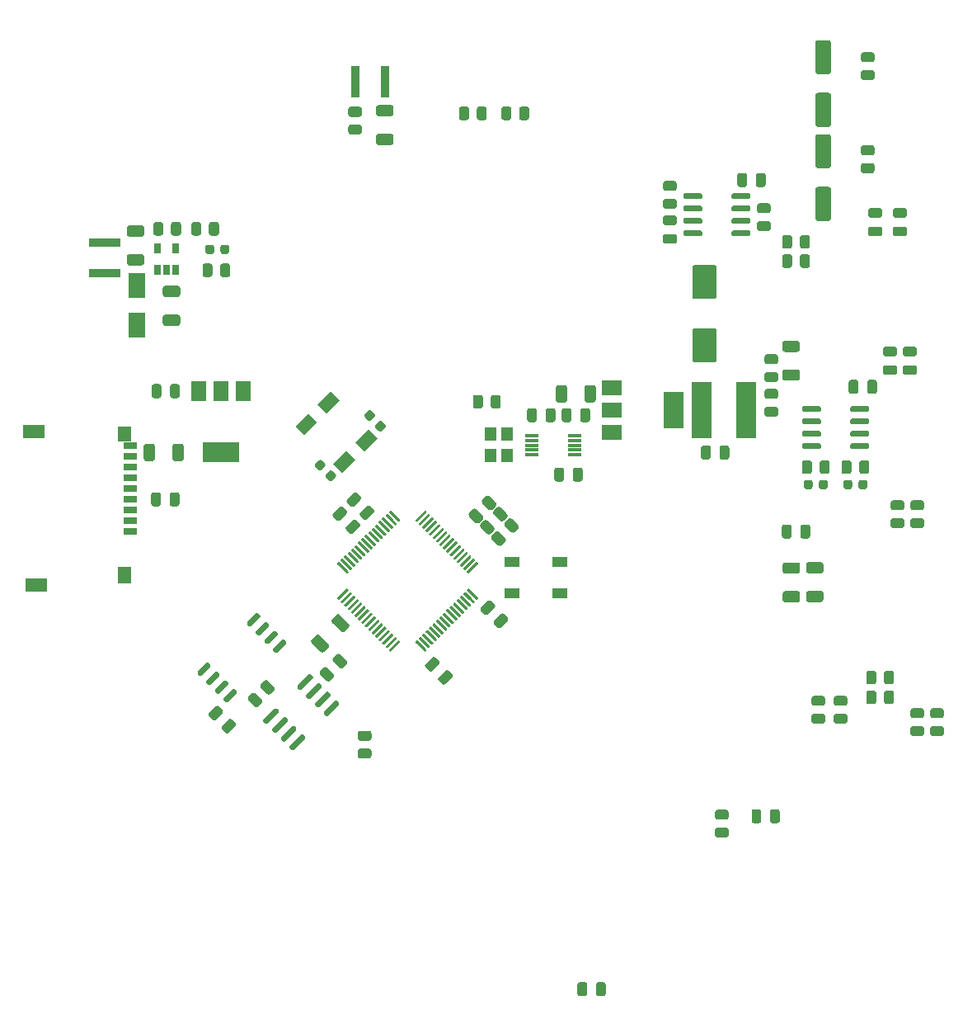
<source format=gbr>
G04 #@! TF.GenerationSoftware,KiCad,Pcbnew,(5.1.8)-1*
G04 #@! TF.CreationDate,2020-12-22T19:01:30-08:00*
G04 #@! TF.ProjectId,MegaBlaster2,4d656761-426c-4617-9374-6572322e6b69,rev?*
G04 #@! TF.SameCoordinates,Original*
G04 #@! TF.FileFunction,Paste,Top*
G04 #@! TF.FilePolarity,Positive*
%FSLAX46Y46*%
G04 Gerber Fmt 4.6, Leading zero omitted, Abs format (unit mm)*
G04 Created by KiCad (PCBNEW (5.1.8)-1) date 2020-12-22 19:01:30*
%MOMM*%
%LPD*%
G01*
G04 APERTURE LIST*
%ADD10R,2.200000X1.400000*%
%ADD11R,1.400000X1.800000*%
%ADD12R,1.400000X1.600000*%
%ADD13R,1.400000X0.700000*%
%ADD14R,1.800000X2.500000*%
%ADD15R,1.500000X1.000000*%
%ADD16R,3.300000X0.950000*%
%ADD17R,0.950000X3.300000*%
%ADD18R,2.000000X5.800000*%
%ADD19R,0.650000X1.060000*%
%ADD20R,3.800000X2.000000*%
%ADD21R,1.500000X2.000000*%
%ADD22R,2.000000X1.500000*%
%ADD23R,2.000000X3.800000*%
%ADD24R,1.400000X0.300000*%
%ADD25C,0.100000*%
%ADD26R,1.200000X1.400000*%
G04 APERTURE END LIST*
G36*
G01*
X125073134Y-90665899D02*
X125179200Y-90559833D01*
G75*
G02*
X125285266Y-90559833I53033J-53033D01*
G01*
X126222182Y-91496749D01*
G75*
G02*
X126222182Y-91602815I-53033J-53033D01*
G01*
X126116116Y-91708881D01*
G75*
G02*
X126010050Y-91708881I-53033J53033D01*
G01*
X125073134Y-90771965D01*
G75*
G02*
X125073134Y-90665899I53033J53033D01*
G01*
G37*
G36*
G01*
X124719581Y-91019453D02*
X124825647Y-90913387D01*
G75*
G02*
X124931713Y-90913387I53033J-53033D01*
G01*
X125868629Y-91850303D01*
G75*
G02*
X125868629Y-91956369I-53033J-53033D01*
G01*
X125762563Y-92062435D01*
G75*
G02*
X125656497Y-92062435I-53033J53033D01*
G01*
X124719581Y-91125519D01*
G75*
G02*
X124719581Y-91019453I53033J53033D01*
G01*
G37*
G36*
G01*
X124366027Y-91373006D02*
X124472093Y-91266940D01*
G75*
G02*
X124578159Y-91266940I53033J-53033D01*
G01*
X125515075Y-92203856D01*
G75*
G02*
X125515075Y-92309922I-53033J-53033D01*
G01*
X125409009Y-92415988D01*
G75*
G02*
X125302943Y-92415988I-53033J53033D01*
G01*
X124366027Y-91479072D01*
G75*
G02*
X124366027Y-91373006I53033J53033D01*
G01*
G37*
G36*
G01*
X124012474Y-91726560D02*
X124118540Y-91620494D01*
G75*
G02*
X124224606Y-91620494I53033J-53033D01*
G01*
X125161522Y-92557410D01*
G75*
G02*
X125161522Y-92663476I-53033J-53033D01*
G01*
X125055456Y-92769542D01*
G75*
G02*
X124949390Y-92769542I-53033J53033D01*
G01*
X124012474Y-91832626D01*
G75*
G02*
X124012474Y-91726560I53033J53033D01*
G01*
G37*
G36*
G01*
X123658921Y-92080113D02*
X123764987Y-91974047D01*
G75*
G02*
X123871053Y-91974047I53033J-53033D01*
G01*
X124807969Y-92910963D01*
G75*
G02*
X124807969Y-93017029I-53033J-53033D01*
G01*
X124701903Y-93123095D01*
G75*
G02*
X124595837Y-93123095I-53033J53033D01*
G01*
X123658921Y-92186179D01*
G75*
G02*
X123658921Y-92080113I53033J53033D01*
G01*
G37*
G36*
G01*
X123305367Y-92433666D02*
X123411433Y-92327600D01*
G75*
G02*
X123517499Y-92327600I53033J-53033D01*
G01*
X124454415Y-93264516D01*
G75*
G02*
X124454415Y-93370582I-53033J-53033D01*
G01*
X124348349Y-93476648D01*
G75*
G02*
X124242283Y-93476648I-53033J53033D01*
G01*
X123305367Y-92539732D01*
G75*
G02*
X123305367Y-92433666I53033J53033D01*
G01*
G37*
G36*
G01*
X122951814Y-92787220D02*
X123057880Y-92681154D01*
G75*
G02*
X123163946Y-92681154I53033J-53033D01*
G01*
X124100862Y-93618070D01*
G75*
G02*
X124100862Y-93724136I-53033J-53033D01*
G01*
X123994796Y-93830202D01*
G75*
G02*
X123888730Y-93830202I-53033J53033D01*
G01*
X122951814Y-92893286D01*
G75*
G02*
X122951814Y-92787220I53033J53033D01*
G01*
G37*
G36*
G01*
X122598261Y-93140773D02*
X122704327Y-93034707D01*
G75*
G02*
X122810393Y-93034707I53033J-53033D01*
G01*
X123747309Y-93971623D01*
G75*
G02*
X123747309Y-94077689I-53033J-53033D01*
G01*
X123641243Y-94183755D01*
G75*
G02*
X123535177Y-94183755I-53033J53033D01*
G01*
X122598261Y-93246839D01*
G75*
G02*
X122598261Y-93140773I53033J53033D01*
G01*
G37*
G36*
G01*
X122244707Y-93494327D02*
X122350773Y-93388261D01*
G75*
G02*
X122456839Y-93388261I53033J-53033D01*
G01*
X123393755Y-94325177D01*
G75*
G02*
X123393755Y-94431243I-53033J-53033D01*
G01*
X123287689Y-94537309D01*
G75*
G02*
X123181623Y-94537309I-53033J53033D01*
G01*
X122244707Y-93600393D01*
G75*
G02*
X122244707Y-93494327I53033J53033D01*
G01*
G37*
G36*
G01*
X121891154Y-93847880D02*
X121997220Y-93741814D01*
G75*
G02*
X122103286Y-93741814I53033J-53033D01*
G01*
X123040202Y-94678730D01*
G75*
G02*
X123040202Y-94784796I-53033J-53033D01*
G01*
X122934136Y-94890862D01*
G75*
G02*
X122828070Y-94890862I-53033J53033D01*
G01*
X121891154Y-93953946D01*
G75*
G02*
X121891154Y-93847880I53033J53033D01*
G01*
G37*
G36*
G01*
X121537600Y-94201433D02*
X121643666Y-94095367D01*
G75*
G02*
X121749732Y-94095367I53033J-53033D01*
G01*
X122686648Y-95032283D01*
G75*
G02*
X122686648Y-95138349I-53033J-53033D01*
G01*
X122580582Y-95244415D01*
G75*
G02*
X122474516Y-95244415I-53033J53033D01*
G01*
X121537600Y-94307499D01*
G75*
G02*
X121537600Y-94201433I53033J53033D01*
G01*
G37*
G36*
G01*
X121184047Y-94554987D02*
X121290113Y-94448921D01*
G75*
G02*
X121396179Y-94448921I53033J-53033D01*
G01*
X122333095Y-95385837D01*
G75*
G02*
X122333095Y-95491903I-53033J-53033D01*
G01*
X122227029Y-95597969D01*
G75*
G02*
X122120963Y-95597969I-53033J53033D01*
G01*
X121184047Y-94661053D01*
G75*
G02*
X121184047Y-94554987I53033J53033D01*
G01*
G37*
G36*
G01*
X120830494Y-94908540D02*
X120936560Y-94802474D01*
G75*
G02*
X121042626Y-94802474I53033J-53033D01*
G01*
X121979542Y-95739390D01*
G75*
G02*
X121979542Y-95845456I-53033J-53033D01*
G01*
X121873476Y-95951522D01*
G75*
G02*
X121767410Y-95951522I-53033J53033D01*
G01*
X120830494Y-95014606D01*
G75*
G02*
X120830494Y-94908540I53033J53033D01*
G01*
G37*
G36*
G01*
X120476940Y-95262093D02*
X120583006Y-95156027D01*
G75*
G02*
X120689072Y-95156027I53033J-53033D01*
G01*
X121625988Y-96092943D01*
G75*
G02*
X121625988Y-96199009I-53033J-53033D01*
G01*
X121519922Y-96305075D01*
G75*
G02*
X121413856Y-96305075I-53033J53033D01*
G01*
X120476940Y-95368159D01*
G75*
G02*
X120476940Y-95262093I53033J53033D01*
G01*
G37*
G36*
G01*
X120123387Y-95615647D02*
X120229453Y-95509581D01*
G75*
G02*
X120335519Y-95509581I53033J-53033D01*
G01*
X121272435Y-96446497D01*
G75*
G02*
X121272435Y-96552563I-53033J-53033D01*
G01*
X121166369Y-96658629D01*
G75*
G02*
X121060303Y-96658629I-53033J53033D01*
G01*
X120123387Y-95721713D01*
G75*
G02*
X120123387Y-95615647I53033J53033D01*
G01*
G37*
G36*
G01*
X119769833Y-95969200D02*
X119875899Y-95863134D01*
G75*
G02*
X119981965Y-95863134I53033J-53033D01*
G01*
X120918881Y-96800050D01*
G75*
G02*
X120918881Y-96906116I-53033J-53033D01*
G01*
X120812815Y-97012182D01*
G75*
G02*
X120706749Y-97012182I-53033J53033D01*
G01*
X119769833Y-96075266D01*
G75*
G02*
X119769833Y-95969200I53033J53033D01*
G01*
G37*
G36*
G01*
X119769833Y-99504734D02*
X120706749Y-98567818D01*
G75*
G02*
X120812815Y-98567818I53033J-53033D01*
G01*
X120918881Y-98673884D01*
G75*
G02*
X120918881Y-98779950I-53033J-53033D01*
G01*
X119981965Y-99716866D01*
G75*
G02*
X119875899Y-99716866I-53033J53033D01*
G01*
X119769833Y-99610800D01*
G75*
G02*
X119769833Y-99504734I53033J53033D01*
G01*
G37*
G36*
G01*
X120123387Y-99858287D02*
X121060303Y-98921371D01*
G75*
G02*
X121166369Y-98921371I53033J-53033D01*
G01*
X121272435Y-99027437D01*
G75*
G02*
X121272435Y-99133503I-53033J-53033D01*
G01*
X120335519Y-100070419D01*
G75*
G02*
X120229453Y-100070419I-53033J53033D01*
G01*
X120123387Y-99964353D01*
G75*
G02*
X120123387Y-99858287I53033J53033D01*
G01*
G37*
G36*
G01*
X120476940Y-100211841D02*
X121413856Y-99274925D01*
G75*
G02*
X121519922Y-99274925I53033J-53033D01*
G01*
X121625988Y-99380991D01*
G75*
G02*
X121625988Y-99487057I-53033J-53033D01*
G01*
X120689072Y-100423973D01*
G75*
G02*
X120583006Y-100423973I-53033J53033D01*
G01*
X120476940Y-100317907D01*
G75*
G02*
X120476940Y-100211841I53033J53033D01*
G01*
G37*
G36*
G01*
X120830494Y-100565394D02*
X121767410Y-99628478D01*
G75*
G02*
X121873476Y-99628478I53033J-53033D01*
G01*
X121979542Y-99734544D01*
G75*
G02*
X121979542Y-99840610I-53033J-53033D01*
G01*
X121042626Y-100777526D01*
G75*
G02*
X120936560Y-100777526I-53033J53033D01*
G01*
X120830494Y-100671460D01*
G75*
G02*
X120830494Y-100565394I53033J53033D01*
G01*
G37*
G36*
G01*
X121184047Y-100918947D02*
X122120963Y-99982031D01*
G75*
G02*
X122227029Y-99982031I53033J-53033D01*
G01*
X122333095Y-100088097D01*
G75*
G02*
X122333095Y-100194163I-53033J-53033D01*
G01*
X121396179Y-101131079D01*
G75*
G02*
X121290113Y-101131079I-53033J53033D01*
G01*
X121184047Y-101025013D01*
G75*
G02*
X121184047Y-100918947I53033J53033D01*
G01*
G37*
G36*
G01*
X121537600Y-101272501D02*
X122474516Y-100335585D01*
G75*
G02*
X122580582Y-100335585I53033J-53033D01*
G01*
X122686648Y-100441651D01*
G75*
G02*
X122686648Y-100547717I-53033J-53033D01*
G01*
X121749732Y-101484633D01*
G75*
G02*
X121643666Y-101484633I-53033J53033D01*
G01*
X121537600Y-101378567D01*
G75*
G02*
X121537600Y-101272501I53033J53033D01*
G01*
G37*
G36*
G01*
X121891154Y-101626054D02*
X122828070Y-100689138D01*
G75*
G02*
X122934136Y-100689138I53033J-53033D01*
G01*
X123040202Y-100795204D01*
G75*
G02*
X123040202Y-100901270I-53033J-53033D01*
G01*
X122103286Y-101838186D01*
G75*
G02*
X121997220Y-101838186I-53033J53033D01*
G01*
X121891154Y-101732120D01*
G75*
G02*
X121891154Y-101626054I53033J53033D01*
G01*
G37*
G36*
G01*
X122244707Y-101979607D02*
X123181623Y-101042691D01*
G75*
G02*
X123287689Y-101042691I53033J-53033D01*
G01*
X123393755Y-101148757D01*
G75*
G02*
X123393755Y-101254823I-53033J-53033D01*
G01*
X122456839Y-102191739D01*
G75*
G02*
X122350773Y-102191739I-53033J53033D01*
G01*
X122244707Y-102085673D01*
G75*
G02*
X122244707Y-101979607I53033J53033D01*
G01*
G37*
G36*
G01*
X122598261Y-102333161D02*
X123535177Y-101396245D01*
G75*
G02*
X123641243Y-101396245I53033J-53033D01*
G01*
X123747309Y-101502311D01*
G75*
G02*
X123747309Y-101608377I-53033J-53033D01*
G01*
X122810393Y-102545293D01*
G75*
G02*
X122704327Y-102545293I-53033J53033D01*
G01*
X122598261Y-102439227D01*
G75*
G02*
X122598261Y-102333161I53033J53033D01*
G01*
G37*
G36*
G01*
X122951814Y-102686714D02*
X123888730Y-101749798D01*
G75*
G02*
X123994796Y-101749798I53033J-53033D01*
G01*
X124100862Y-101855864D01*
G75*
G02*
X124100862Y-101961930I-53033J-53033D01*
G01*
X123163946Y-102898846D01*
G75*
G02*
X123057880Y-102898846I-53033J53033D01*
G01*
X122951814Y-102792780D01*
G75*
G02*
X122951814Y-102686714I53033J53033D01*
G01*
G37*
G36*
G01*
X123305367Y-103040268D02*
X124242283Y-102103352D01*
G75*
G02*
X124348349Y-102103352I53033J-53033D01*
G01*
X124454415Y-102209418D01*
G75*
G02*
X124454415Y-102315484I-53033J-53033D01*
G01*
X123517499Y-103252400D01*
G75*
G02*
X123411433Y-103252400I-53033J53033D01*
G01*
X123305367Y-103146334D01*
G75*
G02*
X123305367Y-103040268I53033J53033D01*
G01*
G37*
G36*
G01*
X123658921Y-103393821D02*
X124595837Y-102456905D01*
G75*
G02*
X124701903Y-102456905I53033J-53033D01*
G01*
X124807969Y-102562971D01*
G75*
G02*
X124807969Y-102669037I-53033J-53033D01*
G01*
X123871053Y-103605953D01*
G75*
G02*
X123764987Y-103605953I-53033J53033D01*
G01*
X123658921Y-103499887D01*
G75*
G02*
X123658921Y-103393821I53033J53033D01*
G01*
G37*
G36*
G01*
X124012474Y-103747374D02*
X124949390Y-102810458D01*
G75*
G02*
X125055456Y-102810458I53033J-53033D01*
G01*
X125161522Y-102916524D01*
G75*
G02*
X125161522Y-103022590I-53033J-53033D01*
G01*
X124224606Y-103959506D01*
G75*
G02*
X124118540Y-103959506I-53033J53033D01*
G01*
X124012474Y-103853440D01*
G75*
G02*
X124012474Y-103747374I53033J53033D01*
G01*
G37*
G36*
G01*
X124366027Y-104100928D02*
X125302943Y-103164012D01*
G75*
G02*
X125409009Y-103164012I53033J-53033D01*
G01*
X125515075Y-103270078D01*
G75*
G02*
X125515075Y-103376144I-53033J-53033D01*
G01*
X124578159Y-104313060D01*
G75*
G02*
X124472093Y-104313060I-53033J53033D01*
G01*
X124366027Y-104206994D01*
G75*
G02*
X124366027Y-104100928I53033J53033D01*
G01*
G37*
G36*
G01*
X124719581Y-104454481D02*
X125656497Y-103517565D01*
G75*
G02*
X125762563Y-103517565I53033J-53033D01*
G01*
X125868629Y-103623631D01*
G75*
G02*
X125868629Y-103729697I-53033J-53033D01*
G01*
X124931713Y-104666613D01*
G75*
G02*
X124825647Y-104666613I-53033J53033D01*
G01*
X124719581Y-104560547D01*
G75*
G02*
X124719581Y-104454481I53033J53033D01*
G01*
G37*
G36*
G01*
X125073134Y-104808035D02*
X126010050Y-103871119D01*
G75*
G02*
X126116116Y-103871119I53033J-53033D01*
G01*
X126222182Y-103977185D01*
G75*
G02*
X126222182Y-104083251I-53033J-53033D01*
G01*
X125285266Y-105020167D01*
G75*
G02*
X125179200Y-105020167I-53033J53033D01*
G01*
X125073134Y-104914101D01*
G75*
G02*
X125073134Y-104808035I53033J53033D01*
G01*
G37*
G36*
G01*
X127777818Y-103977185D02*
X127883884Y-103871119D01*
G75*
G02*
X127989950Y-103871119I53033J-53033D01*
G01*
X128926866Y-104808035D01*
G75*
G02*
X128926866Y-104914101I-53033J-53033D01*
G01*
X128820800Y-105020167D01*
G75*
G02*
X128714734Y-105020167I-53033J53033D01*
G01*
X127777818Y-104083251D01*
G75*
G02*
X127777818Y-103977185I53033J53033D01*
G01*
G37*
G36*
G01*
X128131371Y-103623631D02*
X128237437Y-103517565D01*
G75*
G02*
X128343503Y-103517565I53033J-53033D01*
G01*
X129280419Y-104454481D01*
G75*
G02*
X129280419Y-104560547I-53033J-53033D01*
G01*
X129174353Y-104666613D01*
G75*
G02*
X129068287Y-104666613I-53033J53033D01*
G01*
X128131371Y-103729697D01*
G75*
G02*
X128131371Y-103623631I53033J53033D01*
G01*
G37*
G36*
G01*
X128484925Y-103270078D02*
X128590991Y-103164012D01*
G75*
G02*
X128697057Y-103164012I53033J-53033D01*
G01*
X129633973Y-104100928D01*
G75*
G02*
X129633973Y-104206994I-53033J-53033D01*
G01*
X129527907Y-104313060D01*
G75*
G02*
X129421841Y-104313060I-53033J53033D01*
G01*
X128484925Y-103376144D01*
G75*
G02*
X128484925Y-103270078I53033J53033D01*
G01*
G37*
G36*
G01*
X128838478Y-102916524D02*
X128944544Y-102810458D01*
G75*
G02*
X129050610Y-102810458I53033J-53033D01*
G01*
X129987526Y-103747374D01*
G75*
G02*
X129987526Y-103853440I-53033J-53033D01*
G01*
X129881460Y-103959506D01*
G75*
G02*
X129775394Y-103959506I-53033J53033D01*
G01*
X128838478Y-103022590D01*
G75*
G02*
X128838478Y-102916524I53033J53033D01*
G01*
G37*
G36*
G01*
X129192031Y-102562971D02*
X129298097Y-102456905D01*
G75*
G02*
X129404163Y-102456905I53033J-53033D01*
G01*
X130341079Y-103393821D01*
G75*
G02*
X130341079Y-103499887I-53033J-53033D01*
G01*
X130235013Y-103605953D01*
G75*
G02*
X130128947Y-103605953I-53033J53033D01*
G01*
X129192031Y-102669037D01*
G75*
G02*
X129192031Y-102562971I53033J53033D01*
G01*
G37*
G36*
G01*
X129545585Y-102209418D02*
X129651651Y-102103352D01*
G75*
G02*
X129757717Y-102103352I53033J-53033D01*
G01*
X130694633Y-103040268D01*
G75*
G02*
X130694633Y-103146334I-53033J-53033D01*
G01*
X130588567Y-103252400D01*
G75*
G02*
X130482501Y-103252400I-53033J53033D01*
G01*
X129545585Y-102315484D01*
G75*
G02*
X129545585Y-102209418I53033J53033D01*
G01*
G37*
G36*
G01*
X129899138Y-101855864D02*
X130005204Y-101749798D01*
G75*
G02*
X130111270Y-101749798I53033J-53033D01*
G01*
X131048186Y-102686714D01*
G75*
G02*
X131048186Y-102792780I-53033J-53033D01*
G01*
X130942120Y-102898846D01*
G75*
G02*
X130836054Y-102898846I-53033J53033D01*
G01*
X129899138Y-101961930D01*
G75*
G02*
X129899138Y-101855864I53033J53033D01*
G01*
G37*
G36*
G01*
X130252691Y-101502311D02*
X130358757Y-101396245D01*
G75*
G02*
X130464823Y-101396245I53033J-53033D01*
G01*
X131401739Y-102333161D01*
G75*
G02*
X131401739Y-102439227I-53033J-53033D01*
G01*
X131295673Y-102545293D01*
G75*
G02*
X131189607Y-102545293I-53033J53033D01*
G01*
X130252691Y-101608377D01*
G75*
G02*
X130252691Y-101502311I53033J53033D01*
G01*
G37*
G36*
G01*
X130606245Y-101148757D02*
X130712311Y-101042691D01*
G75*
G02*
X130818377Y-101042691I53033J-53033D01*
G01*
X131755293Y-101979607D01*
G75*
G02*
X131755293Y-102085673I-53033J-53033D01*
G01*
X131649227Y-102191739D01*
G75*
G02*
X131543161Y-102191739I-53033J53033D01*
G01*
X130606245Y-101254823D01*
G75*
G02*
X130606245Y-101148757I53033J53033D01*
G01*
G37*
G36*
G01*
X130959798Y-100795204D02*
X131065864Y-100689138D01*
G75*
G02*
X131171930Y-100689138I53033J-53033D01*
G01*
X132108846Y-101626054D01*
G75*
G02*
X132108846Y-101732120I-53033J-53033D01*
G01*
X132002780Y-101838186D01*
G75*
G02*
X131896714Y-101838186I-53033J53033D01*
G01*
X130959798Y-100901270D01*
G75*
G02*
X130959798Y-100795204I53033J53033D01*
G01*
G37*
G36*
G01*
X131313352Y-100441651D02*
X131419418Y-100335585D01*
G75*
G02*
X131525484Y-100335585I53033J-53033D01*
G01*
X132462400Y-101272501D01*
G75*
G02*
X132462400Y-101378567I-53033J-53033D01*
G01*
X132356334Y-101484633D01*
G75*
G02*
X132250268Y-101484633I-53033J53033D01*
G01*
X131313352Y-100547717D01*
G75*
G02*
X131313352Y-100441651I53033J53033D01*
G01*
G37*
G36*
G01*
X131666905Y-100088097D02*
X131772971Y-99982031D01*
G75*
G02*
X131879037Y-99982031I53033J-53033D01*
G01*
X132815953Y-100918947D01*
G75*
G02*
X132815953Y-101025013I-53033J-53033D01*
G01*
X132709887Y-101131079D01*
G75*
G02*
X132603821Y-101131079I-53033J53033D01*
G01*
X131666905Y-100194163D01*
G75*
G02*
X131666905Y-100088097I53033J53033D01*
G01*
G37*
G36*
G01*
X132020458Y-99734544D02*
X132126524Y-99628478D01*
G75*
G02*
X132232590Y-99628478I53033J-53033D01*
G01*
X133169506Y-100565394D01*
G75*
G02*
X133169506Y-100671460I-53033J-53033D01*
G01*
X133063440Y-100777526D01*
G75*
G02*
X132957374Y-100777526I-53033J53033D01*
G01*
X132020458Y-99840610D01*
G75*
G02*
X132020458Y-99734544I53033J53033D01*
G01*
G37*
G36*
G01*
X132374012Y-99380991D02*
X132480078Y-99274925D01*
G75*
G02*
X132586144Y-99274925I53033J-53033D01*
G01*
X133523060Y-100211841D01*
G75*
G02*
X133523060Y-100317907I-53033J-53033D01*
G01*
X133416994Y-100423973D01*
G75*
G02*
X133310928Y-100423973I-53033J53033D01*
G01*
X132374012Y-99487057D01*
G75*
G02*
X132374012Y-99380991I53033J53033D01*
G01*
G37*
G36*
G01*
X132727565Y-99027437D02*
X132833631Y-98921371D01*
G75*
G02*
X132939697Y-98921371I53033J-53033D01*
G01*
X133876613Y-99858287D01*
G75*
G02*
X133876613Y-99964353I-53033J-53033D01*
G01*
X133770547Y-100070419D01*
G75*
G02*
X133664481Y-100070419I-53033J53033D01*
G01*
X132727565Y-99133503D01*
G75*
G02*
X132727565Y-99027437I53033J53033D01*
G01*
G37*
G36*
G01*
X133081119Y-98673884D02*
X133187185Y-98567818D01*
G75*
G02*
X133293251Y-98567818I53033J-53033D01*
G01*
X134230167Y-99504734D01*
G75*
G02*
X134230167Y-99610800I-53033J-53033D01*
G01*
X134124101Y-99716866D01*
G75*
G02*
X134018035Y-99716866I-53033J53033D01*
G01*
X133081119Y-98779950D01*
G75*
G02*
X133081119Y-98673884I53033J53033D01*
G01*
G37*
G36*
G01*
X133081119Y-96800050D02*
X134018035Y-95863134D01*
G75*
G02*
X134124101Y-95863134I53033J-53033D01*
G01*
X134230167Y-95969200D01*
G75*
G02*
X134230167Y-96075266I-53033J-53033D01*
G01*
X133293251Y-97012182D01*
G75*
G02*
X133187185Y-97012182I-53033J53033D01*
G01*
X133081119Y-96906116D01*
G75*
G02*
X133081119Y-96800050I53033J53033D01*
G01*
G37*
G36*
G01*
X132727565Y-96446497D02*
X133664481Y-95509581D01*
G75*
G02*
X133770547Y-95509581I53033J-53033D01*
G01*
X133876613Y-95615647D01*
G75*
G02*
X133876613Y-95721713I-53033J-53033D01*
G01*
X132939697Y-96658629D01*
G75*
G02*
X132833631Y-96658629I-53033J53033D01*
G01*
X132727565Y-96552563D01*
G75*
G02*
X132727565Y-96446497I53033J53033D01*
G01*
G37*
G36*
G01*
X132374012Y-96092943D02*
X133310928Y-95156027D01*
G75*
G02*
X133416994Y-95156027I53033J-53033D01*
G01*
X133523060Y-95262093D01*
G75*
G02*
X133523060Y-95368159I-53033J-53033D01*
G01*
X132586144Y-96305075D01*
G75*
G02*
X132480078Y-96305075I-53033J53033D01*
G01*
X132374012Y-96199009D01*
G75*
G02*
X132374012Y-96092943I53033J53033D01*
G01*
G37*
G36*
G01*
X132020458Y-95739390D02*
X132957374Y-94802474D01*
G75*
G02*
X133063440Y-94802474I53033J-53033D01*
G01*
X133169506Y-94908540D01*
G75*
G02*
X133169506Y-95014606I-53033J-53033D01*
G01*
X132232590Y-95951522D01*
G75*
G02*
X132126524Y-95951522I-53033J53033D01*
G01*
X132020458Y-95845456D01*
G75*
G02*
X132020458Y-95739390I53033J53033D01*
G01*
G37*
G36*
G01*
X131666905Y-95385837D02*
X132603821Y-94448921D01*
G75*
G02*
X132709887Y-94448921I53033J-53033D01*
G01*
X132815953Y-94554987D01*
G75*
G02*
X132815953Y-94661053I-53033J-53033D01*
G01*
X131879037Y-95597969D01*
G75*
G02*
X131772971Y-95597969I-53033J53033D01*
G01*
X131666905Y-95491903D01*
G75*
G02*
X131666905Y-95385837I53033J53033D01*
G01*
G37*
G36*
G01*
X131313352Y-95032283D02*
X132250268Y-94095367D01*
G75*
G02*
X132356334Y-94095367I53033J-53033D01*
G01*
X132462400Y-94201433D01*
G75*
G02*
X132462400Y-94307499I-53033J-53033D01*
G01*
X131525484Y-95244415D01*
G75*
G02*
X131419418Y-95244415I-53033J53033D01*
G01*
X131313352Y-95138349D01*
G75*
G02*
X131313352Y-95032283I53033J53033D01*
G01*
G37*
G36*
G01*
X130959798Y-94678730D02*
X131896714Y-93741814D01*
G75*
G02*
X132002780Y-93741814I53033J-53033D01*
G01*
X132108846Y-93847880D01*
G75*
G02*
X132108846Y-93953946I-53033J-53033D01*
G01*
X131171930Y-94890862D01*
G75*
G02*
X131065864Y-94890862I-53033J53033D01*
G01*
X130959798Y-94784796D01*
G75*
G02*
X130959798Y-94678730I53033J53033D01*
G01*
G37*
G36*
G01*
X130606245Y-94325177D02*
X131543161Y-93388261D01*
G75*
G02*
X131649227Y-93388261I53033J-53033D01*
G01*
X131755293Y-93494327D01*
G75*
G02*
X131755293Y-93600393I-53033J-53033D01*
G01*
X130818377Y-94537309D01*
G75*
G02*
X130712311Y-94537309I-53033J53033D01*
G01*
X130606245Y-94431243D01*
G75*
G02*
X130606245Y-94325177I53033J53033D01*
G01*
G37*
G36*
G01*
X130252691Y-93971623D02*
X131189607Y-93034707D01*
G75*
G02*
X131295673Y-93034707I53033J-53033D01*
G01*
X131401739Y-93140773D01*
G75*
G02*
X131401739Y-93246839I-53033J-53033D01*
G01*
X130464823Y-94183755D01*
G75*
G02*
X130358757Y-94183755I-53033J53033D01*
G01*
X130252691Y-94077689D01*
G75*
G02*
X130252691Y-93971623I53033J53033D01*
G01*
G37*
G36*
G01*
X129899138Y-93618070D02*
X130836054Y-92681154D01*
G75*
G02*
X130942120Y-92681154I53033J-53033D01*
G01*
X131048186Y-92787220D01*
G75*
G02*
X131048186Y-92893286I-53033J-53033D01*
G01*
X130111270Y-93830202D01*
G75*
G02*
X130005204Y-93830202I-53033J53033D01*
G01*
X129899138Y-93724136D01*
G75*
G02*
X129899138Y-93618070I53033J53033D01*
G01*
G37*
G36*
G01*
X129545585Y-93264516D02*
X130482501Y-92327600D01*
G75*
G02*
X130588567Y-92327600I53033J-53033D01*
G01*
X130694633Y-92433666D01*
G75*
G02*
X130694633Y-92539732I-53033J-53033D01*
G01*
X129757717Y-93476648D01*
G75*
G02*
X129651651Y-93476648I-53033J53033D01*
G01*
X129545585Y-93370582D01*
G75*
G02*
X129545585Y-93264516I53033J53033D01*
G01*
G37*
G36*
G01*
X129192031Y-92910963D02*
X130128947Y-91974047D01*
G75*
G02*
X130235013Y-91974047I53033J-53033D01*
G01*
X130341079Y-92080113D01*
G75*
G02*
X130341079Y-92186179I-53033J-53033D01*
G01*
X129404163Y-93123095D01*
G75*
G02*
X129298097Y-93123095I-53033J53033D01*
G01*
X129192031Y-93017029D01*
G75*
G02*
X129192031Y-92910963I53033J53033D01*
G01*
G37*
G36*
G01*
X128838478Y-92557410D02*
X129775394Y-91620494D01*
G75*
G02*
X129881460Y-91620494I53033J-53033D01*
G01*
X129987526Y-91726560D01*
G75*
G02*
X129987526Y-91832626I-53033J-53033D01*
G01*
X129050610Y-92769542D01*
G75*
G02*
X128944544Y-92769542I-53033J53033D01*
G01*
X128838478Y-92663476D01*
G75*
G02*
X128838478Y-92557410I53033J53033D01*
G01*
G37*
G36*
G01*
X128484925Y-92203856D02*
X129421841Y-91266940D01*
G75*
G02*
X129527907Y-91266940I53033J-53033D01*
G01*
X129633973Y-91373006D01*
G75*
G02*
X129633973Y-91479072I-53033J-53033D01*
G01*
X128697057Y-92415988D01*
G75*
G02*
X128590991Y-92415988I-53033J53033D01*
G01*
X128484925Y-92309922D01*
G75*
G02*
X128484925Y-92203856I53033J53033D01*
G01*
G37*
G36*
G01*
X128131371Y-91850303D02*
X129068287Y-90913387D01*
G75*
G02*
X129174353Y-90913387I53033J-53033D01*
G01*
X129280419Y-91019453D01*
G75*
G02*
X129280419Y-91125519I-53033J-53033D01*
G01*
X128343503Y-92062435D01*
G75*
G02*
X128237437Y-92062435I-53033J53033D01*
G01*
X128131371Y-91956369D01*
G75*
G02*
X128131371Y-91850303I53033J53033D01*
G01*
G37*
G36*
G01*
X127777818Y-91496749D02*
X128714734Y-90559833D01*
G75*
G02*
X128820800Y-90559833I53033J-53033D01*
G01*
X128926866Y-90665899D01*
G75*
G02*
X128926866Y-90771965I-53033J-53033D01*
G01*
X127989950Y-91708881D01*
G75*
G02*
X127883884Y-91708881I-53033J53033D01*
G01*
X127777818Y-91602815D01*
G75*
G02*
X127777818Y-91496749I53033J53033D01*
G01*
G37*
D10*
X88626000Y-82459000D03*
X88824000Y-98209000D03*
D11*
X97925000Y-97208000D03*
D12*
X97925000Y-82660000D03*
D13*
X98485000Y-83910000D03*
X98485000Y-85010000D03*
X98485000Y-86110000D03*
X98485000Y-87210000D03*
X98485000Y-88310000D03*
X98485000Y-89410000D03*
X98485000Y-90510000D03*
X98485000Y-91610000D03*
X98485000Y-92710000D03*
G36*
G01*
X124694975Y-82041421D02*
X124341421Y-82394975D01*
G75*
G02*
X124023223Y-82394975I-159099J159099D01*
G01*
X123705025Y-82076777D01*
G75*
G02*
X123705025Y-81758579I159099J159099D01*
G01*
X124058579Y-81405025D01*
G75*
G02*
X124376777Y-81405025I159099J-159099D01*
G01*
X124694975Y-81723223D01*
G75*
G02*
X124694975Y-82041421I-159099J-159099D01*
G01*
G37*
G36*
G01*
X123598959Y-80945405D02*
X123245405Y-81298959D01*
G75*
G02*
X122927207Y-81298959I-159099J159099D01*
G01*
X122609009Y-80980761D01*
G75*
G02*
X122609009Y-80662563I159099J159099D01*
G01*
X122962563Y-80309009D01*
G75*
G02*
X123280761Y-80309009I159099J-159099D01*
G01*
X123598959Y-80627207D01*
G75*
G02*
X123598959Y-80945405I-159099J-159099D01*
G01*
G37*
G36*
G01*
X135354073Y-90467678D02*
X134682322Y-89795927D01*
G75*
G02*
X134682322Y-89442373I176777J176777D01*
G01*
X135035875Y-89088820D01*
G75*
G02*
X135389429Y-89088820I176777J-176777D01*
G01*
X136061180Y-89760571D01*
G75*
G02*
X136061180Y-90114125I-176777J-176777D01*
G01*
X135707627Y-90467678D01*
G75*
G02*
X135354073Y-90467678I-176777J176777D01*
G01*
G37*
G36*
G01*
X134010571Y-91811180D02*
X133338820Y-91139429D01*
G75*
G02*
X133338820Y-90785875I176777J176777D01*
G01*
X133692373Y-90432322D01*
G75*
G02*
X134045927Y-90432322I176777J-176777D01*
G01*
X134717678Y-91104073D01*
G75*
G02*
X134717678Y-91457627I-176777J-176777D01*
G01*
X134364125Y-91811180D01*
G75*
G02*
X134010571Y-91811180I-176777J176777D01*
G01*
G37*
G36*
G01*
X119592983Y-87139429D02*
X119239429Y-87492983D01*
G75*
G02*
X118921231Y-87492983I-159099J159099D01*
G01*
X118603033Y-87174785D01*
G75*
G02*
X118603033Y-86856587I159099J159099D01*
G01*
X118956587Y-86503033D01*
G75*
G02*
X119274785Y-86503033I159099J-159099D01*
G01*
X119592983Y-86821231D01*
G75*
G02*
X119592983Y-87139429I-159099J-159099D01*
G01*
G37*
G36*
G01*
X118496967Y-86043413D02*
X118143413Y-86396967D01*
G75*
G02*
X117825215Y-86396967I-159099J159099D01*
G01*
X117507017Y-86078769D01*
G75*
G02*
X117507017Y-85760571I159099J159099D01*
G01*
X117860571Y-85407017D01*
G75*
G02*
X118178769Y-85407017I159099J-159099D01*
G01*
X118496967Y-85725215D01*
G75*
G02*
X118496967Y-86043413I-159099J-159099D01*
G01*
G37*
G36*
G01*
X135882322Y-101854073D02*
X136554073Y-101182322D01*
G75*
G02*
X136907627Y-101182322I176777J-176777D01*
G01*
X137261180Y-101535875D01*
G75*
G02*
X137261180Y-101889429I-176777J-176777D01*
G01*
X136589429Y-102561180D01*
G75*
G02*
X136235875Y-102561180I-176777J176777D01*
G01*
X135882322Y-102207627D01*
G75*
G02*
X135882322Y-101854073I176777J176777D01*
G01*
G37*
G36*
G01*
X134538820Y-100510571D02*
X135210571Y-99838820D01*
G75*
G02*
X135564125Y-99838820I176777J-176777D01*
G01*
X135917678Y-100192373D01*
G75*
G02*
X135917678Y-100545927I-176777J-176777D01*
G01*
X135245927Y-101217678D01*
G75*
G02*
X134892373Y-101217678I-176777J176777D01*
G01*
X134538820Y-100864125D01*
G75*
G02*
X134538820Y-100510571I176777J176777D01*
G01*
G37*
G36*
G01*
X122167678Y-89445927D02*
X121495927Y-90117678D01*
G75*
G02*
X121142373Y-90117678I-176777J176777D01*
G01*
X120788820Y-89764125D01*
G75*
G02*
X120788820Y-89410571I176777J176777D01*
G01*
X121460571Y-88738820D01*
G75*
G02*
X121814125Y-88738820I176777J-176777D01*
G01*
X122167678Y-89092373D01*
G75*
G02*
X122167678Y-89445927I-176777J-176777D01*
G01*
G37*
G36*
G01*
X123511180Y-90789429D02*
X122839429Y-91461180D01*
G75*
G02*
X122485875Y-91461180I-176777J176777D01*
G01*
X122132322Y-91107627D01*
G75*
G02*
X122132322Y-90754073I176777J176777D01*
G01*
X122804073Y-90082322D01*
G75*
G02*
X123157627Y-90082322I176777J-176777D01*
G01*
X123511180Y-90435875D01*
G75*
G02*
X123511180Y-90789429I-176777J-176777D01*
G01*
G37*
G36*
G01*
X120727678Y-90885927D02*
X120055927Y-91557678D01*
G75*
G02*
X119702373Y-91557678I-176777J176777D01*
G01*
X119348820Y-91204125D01*
G75*
G02*
X119348820Y-90850571I176777J176777D01*
G01*
X120020571Y-90178820D01*
G75*
G02*
X120374125Y-90178820I176777J-176777D01*
G01*
X120727678Y-90532373D01*
G75*
G02*
X120727678Y-90885927I-176777J-176777D01*
G01*
G37*
G36*
G01*
X122071180Y-92229429D02*
X121399429Y-92901180D01*
G75*
G02*
X121045875Y-92901180I-176777J176777D01*
G01*
X120692322Y-92547627D01*
G75*
G02*
X120692322Y-92194073I176777J176777D01*
G01*
X121364073Y-91522322D01*
G75*
G02*
X121717627Y-91522322I176777J-176777D01*
G01*
X122071180Y-91875875D01*
G75*
G02*
X122071180Y-92229429I-176777J-176777D01*
G01*
G37*
G36*
G01*
X128838820Y-106310571D02*
X129510571Y-105638820D01*
G75*
G02*
X129864125Y-105638820I176777J-176777D01*
G01*
X130217678Y-105992373D01*
G75*
G02*
X130217678Y-106345927I-176777J-176777D01*
G01*
X129545927Y-107017678D01*
G75*
G02*
X129192373Y-107017678I-176777J176777D01*
G01*
X128838820Y-106664125D01*
G75*
G02*
X128838820Y-106310571I176777J176777D01*
G01*
G37*
G36*
G01*
X130182322Y-107654073D02*
X130854073Y-106982322D01*
G75*
G02*
X131207627Y-106982322I176777J-176777D01*
G01*
X131561180Y-107335875D01*
G75*
G02*
X131561180Y-107689429I-176777J-176777D01*
G01*
X130889429Y-108361180D01*
G75*
G02*
X130535875Y-108361180I-176777J176777D01*
G01*
X130182322Y-108007627D01*
G75*
G02*
X130182322Y-107654073I176777J176777D01*
G01*
G37*
G36*
G01*
X117953983Y-103326776D02*
X118873224Y-104246017D01*
G75*
G02*
X118873224Y-104599569I-176776J-176776D01*
G01*
X118413603Y-105059190D01*
G75*
G02*
X118060051Y-105059190I-176776J176776D01*
G01*
X117140810Y-104139949D01*
G75*
G02*
X117140810Y-103786397I176776J176776D01*
G01*
X117600431Y-103326776D01*
G75*
G02*
X117953983Y-103326776I176776J-176776D01*
G01*
G37*
G36*
G01*
X120039949Y-101240810D02*
X120959190Y-102160051D01*
G75*
G02*
X120959190Y-102513603I-176776J-176776D01*
G01*
X120499569Y-102973224D01*
G75*
G02*
X120146017Y-102973224I-176776J176776D01*
G01*
X119226776Y-102053983D01*
G75*
G02*
X119226776Y-101700431I176776J176776D01*
G01*
X119686397Y-101240810D01*
G75*
G02*
X120039949Y-101240810I176776J-176776D01*
G01*
G37*
G36*
G01*
X98409999Y-64250000D02*
X99710001Y-64250000D01*
G75*
G02*
X99960000Y-64499999I0J-249999D01*
G01*
X99960000Y-65150001D01*
G75*
G02*
X99710001Y-65400000I-249999J0D01*
G01*
X98409999Y-65400000D01*
G75*
G02*
X98160000Y-65150001I0J249999D01*
G01*
X98160000Y-64499999D01*
G75*
G02*
X98409999Y-64250000I249999J0D01*
G01*
G37*
G36*
G01*
X98409999Y-61300000D02*
X99710001Y-61300000D01*
G75*
G02*
X99960000Y-61549999I0J-249999D01*
G01*
X99960000Y-62200001D01*
G75*
G02*
X99710001Y-62450000I-249999J0D01*
G01*
X98409999Y-62450000D01*
G75*
G02*
X98160000Y-62200001I0J249999D01*
G01*
X98160000Y-61549999D01*
G75*
G02*
X98409999Y-61300000I249999J0D01*
G01*
G37*
G36*
G01*
X135160571Y-92961180D02*
X134488820Y-92289429D01*
G75*
G02*
X134488820Y-91935875I176777J176777D01*
G01*
X134842373Y-91582322D01*
G75*
G02*
X135195927Y-91582322I176777J-176777D01*
G01*
X135867678Y-92254073D01*
G75*
G02*
X135867678Y-92607627I-176777J-176777D01*
G01*
X135514125Y-92961180D01*
G75*
G02*
X135160571Y-92961180I-176777J176777D01*
G01*
G37*
G36*
G01*
X136504073Y-91617678D02*
X135832322Y-90945927D01*
G75*
G02*
X135832322Y-90592373I176777J176777D01*
G01*
X136185875Y-90238820D01*
G75*
G02*
X136539429Y-90238820I176777J-176777D01*
G01*
X137211180Y-90910571D01*
G75*
G02*
X137211180Y-91264125I-176777J-176777D01*
G01*
X136857627Y-91617678D01*
G75*
G02*
X136504073Y-91617678I-176777J176777D01*
G01*
G37*
G36*
G01*
X136310571Y-94111180D02*
X135638820Y-93439429D01*
G75*
G02*
X135638820Y-93085875I176777J176777D01*
G01*
X135992373Y-92732322D01*
G75*
G02*
X136345927Y-92732322I176777J-176777D01*
G01*
X137017678Y-93404073D01*
G75*
G02*
X137017678Y-93757627I-176777J-176777D01*
G01*
X136664125Y-94111180D01*
G75*
G02*
X136310571Y-94111180I-176777J176777D01*
G01*
G37*
G36*
G01*
X137654073Y-92767678D02*
X136982322Y-92095927D01*
G75*
G02*
X136982322Y-91742373I176777J176777D01*
G01*
X137335875Y-91388820D01*
G75*
G02*
X137689429Y-91388820I176777J-176777D01*
G01*
X138361180Y-92060571D01*
G75*
G02*
X138361180Y-92414125I-176777J-176777D01*
G01*
X138007627Y-92767678D01*
G75*
G02*
X137654073Y-92767678I-176777J176777D01*
G01*
G37*
G36*
G01*
X107125000Y-63500000D02*
X107125000Y-64000000D01*
G75*
G02*
X106900000Y-64225000I-225000J0D01*
G01*
X106450000Y-64225000D01*
G75*
G02*
X106225000Y-64000000I0J225000D01*
G01*
X106225000Y-63500000D01*
G75*
G02*
X106450000Y-63275000I225000J0D01*
G01*
X106900000Y-63275000D01*
G75*
G02*
X107125000Y-63500000I0J-225000D01*
G01*
G37*
G36*
G01*
X108675000Y-63500000D02*
X108675000Y-64000000D01*
G75*
G02*
X108450000Y-64225000I-225000J0D01*
G01*
X108000000Y-64225000D01*
G75*
G02*
X107775000Y-64000000I0J225000D01*
G01*
X107775000Y-63500000D01*
G75*
G02*
X108000000Y-63275000I225000J0D01*
G01*
X108450000Y-63275000D01*
G75*
G02*
X108675000Y-63500000I0J-225000D01*
G01*
G37*
G36*
G01*
X103400001Y-68650000D02*
X102099999Y-68650000D01*
G75*
G02*
X101850000Y-68400001I0J249999D01*
G01*
X101850000Y-67749999D01*
G75*
G02*
X102099999Y-67500000I249999J0D01*
G01*
X103400001Y-67500000D01*
G75*
G02*
X103650000Y-67749999I0J-249999D01*
G01*
X103650000Y-68400001D01*
G75*
G02*
X103400001Y-68650000I-249999J0D01*
G01*
G37*
G36*
G01*
X103400001Y-71600000D02*
X102099999Y-71600000D01*
G75*
G02*
X101850000Y-71350001I0J249999D01*
G01*
X101850000Y-70699999D01*
G75*
G02*
X102099999Y-70450000I249999J0D01*
G01*
X103400001Y-70450000D01*
G75*
G02*
X103650000Y-70699999I0J-249999D01*
G01*
X103650000Y-71350001D01*
G75*
G02*
X103400001Y-71600000I-249999J0D01*
G01*
G37*
G36*
G01*
X125300001Y-53050000D02*
X123999999Y-53050000D01*
G75*
G02*
X123750000Y-52800001I0J249999D01*
G01*
X123750000Y-52149999D01*
G75*
G02*
X123999999Y-51900000I249999J0D01*
G01*
X125300001Y-51900000D01*
G75*
G02*
X125550000Y-52149999I0J-249999D01*
G01*
X125550000Y-52800001D01*
G75*
G02*
X125300001Y-53050000I-249999J0D01*
G01*
G37*
G36*
G01*
X125300001Y-50100000D02*
X123999999Y-50100000D01*
G75*
G02*
X123750000Y-49850001I0J249999D01*
G01*
X123750000Y-49199999D01*
G75*
G02*
X123999999Y-48950000I249999J0D01*
G01*
X125300001Y-48950000D01*
G75*
G02*
X125550000Y-49199999I0J-249999D01*
G01*
X125550000Y-49850001D01*
G75*
G02*
X125300001Y-50100000I-249999J0D01*
G01*
G37*
G36*
G01*
X103600000Y-77825000D02*
X103600000Y-78775000D01*
G75*
G02*
X103350000Y-79025000I-250000J0D01*
G01*
X102850000Y-79025000D01*
G75*
G02*
X102600000Y-78775000I0J250000D01*
G01*
X102600000Y-77825000D01*
G75*
G02*
X102850000Y-77575000I250000J0D01*
G01*
X103350000Y-77575000D01*
G75*
G02*
X103600000Y-77825000I0J-250000D01*
G01*
G37*
G36*
G01*
X101700000Y-77825000D02*
X101700000Y-78775000D01*
G75*
G02*
X101450000Y-79025000I-250000J0D01*
G01*
X100950000Y-79025000D01*
G75*
G02*
X100700000Y-78775000I0J250000D01*
G01*
X100700000Y-77825000D01*
G75*
G02*
X100950000Y-77575000I250000J0D01*
G01*
X101450000Y-77575000D01*
G75*
G02*
X101700000Y-77825000I0J-250000D01*
G01*
G37*
G36*
G01*
X143822000Y-80297000D02*
X143822000Y-81247000D01*
G75*
G02*
X143572000Y-81497000I-250000J0D01*
G01*
X143072000Y-81497000D01*
G75*
G02*
X142822000Y-81247000I0J250000D01*
G01*
X142822000Y-80297000D01*
G75*
G02*
X143072000Y-80047000I250000J0D01*
G01*
X143572000Y-80047000D01*
G75*
G02*
X143822000Y-80297000I0J-250000D01*
G01*
G37*
G36*
G01*
X145722000Y-80297000D02*
X145722000Y-81247000D01*
G75*
G02*
X145472000Y-81497000I-250000J0D01*
G01*
X144972000Y-81497000D01*
G75*
G02*
X144722000Y-81247000I0J250000D01*
G01*
X144722000Y-80297000D01*
G75*
G02*
X144972000Y-80047000I250000J0D01*
G01*
X145472000Y-80047000D01*
G75*
G02*
X145722000Y-80297000I0J-250000D01*
G01*
G37*
G36*
G01*
X139266000Y-81247000D02*
X139266000Y-80297000D01*
G75*
G02*
X139516000Y-80047000I250000J0D01*
G01*
X140016000Y-80047000D01*
G75*
G02*
X140266000Y-80297000I0J-250000D01*
G01*
X140266000Y-81247000D01*
G75*
G02*
X140016000Y-81497000I-250000J0D01*
G01*
X139516000Y-81497000D01*
G75*
G02*
X139266000Y-81247000I0J250000D01*
G01*
G37*
G36*
G01*
X141166000Y-81247000D02*
X141166000Y-80297000D01*
G75*
G02*
X141416000Y-80047000I250000J0D01*
G01*
X141916000Y-80047000D01*
G75*
G02*
X142166000Y-80297000I0J-250000D01*
G01*
X142166000Y-81247000D01*
G75*
G02*
X141916000Y-81497000I-250000J0D01*
G01*
X141416000Y-81497000D01*
G75*
G02*
X141166000Y-81247000I0J250000D01*
G01*
G37*
G36*
G01*
X118690571Y-108041180D02*
X118018820Y-107369429D01*
G75*
G02*
X118018820Y-107015875I176777J176777D01*
G01*
X118372373Y-106662322D01*
G75*
G02*
X118725927Y-106662322I176777J-176777D01*
G01*
X119397678Y-107334073D01*
G75*
G02*
X119397678Y-107687627I-176777J-176777D01*
G01*
X119044125Y-108041180D01*
G75*
G02*
X118690571Y-108041180I-176777J176777D01*
G01*
G37*
G36*
G01*
X120034073Y-106697678D02*
X119362322Y-106025927D01*
G75*
G02*
X119362322Y-105672373I176777J176777D01*
G01*
X119715875Y-105318820D01*
G75*
G02*
X120069429Y-105318820I176777J-176777D01*
G01*
X120741180Y-105990571D01*
G75*
G02*
X120741180Y-106344125I-176777J-176777D01*
G01*
X120387627Y-106697678D01*
G75*
G02*
X120034073Y-106697678I-176777J176777D01*
G01*
G37*
G36*
G01*
X107932322Y-112668073D02*
X108604073Y-111996322D01*
G75*
G02*
X108957627Y-111996322I176777J-176777D01*
G01*
X109311180Y-112349875D01*
G75*
G02*
X109311180Y-112703429I-176777J-176777D01*
G01*
X108639429Y-113375180D01*
G75*
G02*
X108285875Y-113375180I-176777J176777D01*
G01*
X107932322Y-113021627D01*
G75*
G02*
X107932322Y-112668073I176777J176777D01*
G01*
G37*
G36*
G01*
X106588820Y-111324571D02*
X107260571Y-110652820D01*
G75*
G02*
X107614125Y-110652820I176777J-176777D01*
G01*
X107967678Y-111006373D01*
G75*
G02*
X107967678Y-111359927I-176777J-176777D01*
G01*
X107295927Y-112031678D01*
G75*
G02*
X106942373Y-112031678I-176777J176777D01*
G01*
X106588820Y-111678125D01*
G75*
G02*
X106588820Y-111324571I176777J176777D01*
G01*
G37*
G36*
G01*
X101050000Y-83949999D02*
X101050000Y-85250001D01*
G75*
G02*
X100800001Y-85500000I-249999J0D01*
G01*
X100149999Y-85500000D01*
G75*
G02*
X99900000Y-85250001I0J249999D01*
G01*
X99900000Y-83949999D01*
G75*
G02*
X100149999Y-83700000I249999J0D01*
G01*
X100800001Y-83700000D01*
G75*
G02*
X101050000Y-83949999I0J-249999D01*
G01*
G37*
G36*
G01*
X104000000Y-83949999D02*
X104000000Y-85250001D01*
G75*
G02*
X103750001Y-85500000I-249999J0D01*
G01*
X103099999Y-85500000D01*
G75*
G02*
X102850000Y-85250001I0J249999D01*
G01*
X102850000Y-83949999D01*
G75*
G02*
X103099999Y-83700000I249999J0D01*
G01*
X103750001Y-83700000D01*
G75*
G02*
X104000000Y-83949999I0J-249999D01*
G01*
G37*
G36*
G01*
X146320000Y-77919999D02*
X146320000Y-79220001D01*
G75*
G02*
X146070001Y-79470000I-249999J0D01*
G01*
X145419999Y-79470000D01*
G75*
G02*
X145170000Y-79220001I0J249999D01*
G01*
X145170000Y-77919999D01*
G75*
G02*
X145419999Y-77670000I249999J0D01*
G01*
X146070001Y-77670000D01*
G75*
G02*
X146320000Y-77919999I0J-249999D01*
G01*
G37*
G36*
G01*
X143370000Y-77919999D02*
X143370000Y-79220001D01*
G75*
G02*
X143120001Y-79470000I-249999J0D01*
G01*
X142469999Y-79470000D01*
G75*
G02*
X142220000Y-79220001I0J249999D01*
G01*
X142220000Y-77919999D01*
G75*
G02*
X142469999Y-77670000I249999J0D01*
G01*
X143120001Y-77670000D01*
G75*
G02*
X143370000Y-77919999I0J-249999D01*
G01*
G37*
G36*
G01*
X143960000Y-87343000D02*
X143960000Y-86393000D01*
G75*
G02*
X144210000Y-86143000I250000J0D01*
G01*
X144710000Y-86143000D01*
G75*
G02*
X144960000Y-86393000I0J-250000D01*
G01*
X144960000Y-87343000D01*
G75*
G02*
X144710000Y-87593000I-250000J0D01*
G01*
X144210000Y-87593000D01*
G75*
G02*
X143960000Y-87343000I0J250000D01*
G01*
G37*
G36*
G01*
X142060000Y-87343000D02*
X142060000Y-86393000D01*
G75*
G02*
X142310000Y-86143000I250000J0D01*
G01*
X142810000Y-86143000D01*
G75*
G02*
X143060000Y-86393000I0J-250000D01*
G01*
X143060000Y-87343000D01*
G75*
G02*
X142810000Y-87593000I-250000J0D01*
G01*
X142310000Y-87593000D01*
G75*
G02*
X142060000Y-87343000I0J250000D01*
G01*
G37*
G36*
G01*
X158480000Y-75358000D02*
X156480000Y-75358000D01*
G75*
G02*
X156230000Y-75108000I0J250000D01*
G01*
X156230000Y-72108000D01*
G75*
G02*
X156480000Y-71858000I250000J0D01*
G01*
X158480000Y-71858000D01*
G75*
G02*
X158730000Y-72108000I0J-250000D01*
G01*
X158730000Y-75108000D01*
G75*
G02*
X158480000Y-75358000I-250000J0D01*
G01*
G37*
G36*
G01*
X158480000Y-68858000D02*
X156480000Y-68858000D01*
G75*
G02*
X156230000Y-68608000I0J250000D01*
G01*
X156230000Y-65608000D01*
G75*
G02*
X156480000Y-65358000I250000J0D01*
G01*
X158480000Y-65358000D01*
G75*
G02*
X158730000Y-65608000I0J-250000D01*
G01*
X158730000Y-68608000D01*
G75*
G02*
X158480000Y-68858000I-250000J0D01*
G01*
G37*
G36*
G01*
X103558000Y-88933000D02*
X103558000Y-89883000D01*
G75*
G02*
X103308000Y-90133000I-250000J0D01*
G01*
X102808000Y-90133000D01*
G75*
G02*
X102558000Y-89883000I0J250000D01*
G01*
X102558000Y-88933000D01*
G75*
G02*
X102808000Y-88683000I250000J0D01*
G01*
X103308000Y-88683000D01*
G75*
G02*
X103558000Y-88933000I0J-250000D01*
G01*
G37*
G36*
G01*
X101658000Y-88933000D02*
X101658000Y-89883000D01*
G75*
G02*
X101408000Y-90133000I-250000J0D01*
G01*
X100908000Y-90133000D01*
G75*
G02*
X100658000Y-89883000I0J250000D01*
G01*
X100658000Y-88933000D01*
G75*
G02*
X100908000Y-88683000I250000J0D01*
G01*
X101408000Y-88683000D01*
G75*
G02*
X101658000Y-88933000I0J-250000D01*
G01*
G37*
G36*
G01*
X145440000Y-139185000D02*
X145440000Y-140135000D01*
G75*
G02*
X145190000Y-140385000I-250000J0D01*
G01*
X144690000Y-140385000D01*
G75*
G02*
X144440000Y-140135000I0J250000D01*
G01*
X144440000Y-139185000D01*
G75*
G02*
X144690000Y-138935000I250000J0D01*
G01*
X145190000Y-138935000D01*
G75*
G02*
X145440000Y-139185000I0J-250000D01*
G01*
G37*
G36*
G01*
X147340000Y-139185000D02*
X147340000Y-140135000D01*
G75*
G02*
X147090000Y-140385000I-250000J0D01*
G01*
X146590000Y-140385000D01*
G75*
G02*
X146340000Y-140135000I0J250000D01*
G01*
X146340000Y-139185000D01*
G75*
G02*
X146590000Y-138935000I250000J0D01*
G01*
X147090000Y-138935000D01*
G75*
G02*
X147340000Y-139185000I0J-250000D01*
G01*
G37*
G36*
G01*
X160025000Y-84125000D02*
X160025000Y-85075000D01*
G75*
G02*
X159775000Y-85325000I-250000J0D01*
G01*
X159275000Y-85325000D01*
G75*
G02*
X159025000Y-85075000I0J250000D01*
G01*
X159025000Y-84125000D01*
G75*
G02*
X159275000Y-83875000I250000J0D01*
G01*
X159775000Y-83875000D01*
G75*
G02*
X160025000Y-84125000I0J-250000D01*
G01*
G37*
G36*
G01*
X158125000Y-84125000D02*
X158125000Y-85075000D01*
G75*
G02*
X157875000Y-85325000I-250000J0D01*
G01*
X157375000Y-85325000D01*
G75*
G02*
X157125000Y-85075000I0J250000D01*
G01*
X157125000Y-84125000D01*
G75*
G02*
X157375000Y-83875000I250000J0D01*
G01*
X157875000Y-83875000D01*
G75*
G02*
X158125000Y-84125000I0J-250000D01*
G01*
G37*
G36*
G01*
X167328000Y-93185000D02*
X167328000Y-92235000D01*
G75*
G02*
X167578000Y-91985000I250000J0D01*
G01*
X168078000Y-91985000D01*
G75*
G02*
X168328000Y-92235000I0J-250000D01*
G01*
X168328000Y-93185000D01*
G75*
G02*
X168078000Y-93435000I-250000J0D01*
G01*
X167578000Y-93435000D01*
G75*
G02*
X167328000Y-93185000I0J250000D01*
G01*
G37*
G36*
G01*
X165428000Y-93185000D02*
X165428000Y-92235000D01*
G75*
G02*
X165678000Y-91985000I250000J0D01*
G01*
X166178000Y-91985000D01*
G75*
G02*
X166428000Y-92235000I0J-250000D01*
G01*
X166428000Y-93185000D01*
G75*
G02*
X166178000Y-93435000I-250000J0D01*
G01*
X165678000Y-93435000D01*
G75*
G02*
X165428000Y-93185000I0J250000D01*
G01*
G37*
G36*
G01*
X153449000Y-62172000D02*
X154399000Y-62172000D01*
G75*
G02*
X154649000Y-62422000I0J-250000D01*
G01*
X154649000Y-62922000D01*
G75*
G02*
X154399000Y-63172000I-250000J0D01*
G01*
X153449000Y-63172000D01*
G75*
G02*
X153199000Y-62922000I0J250000D01*
G01*
X153199000Y-62422000D01*
G75*
G02*
X153449000Y-62172000I250000J0D01*
G01*
G37*
G36*
G01*
X153449000Y-60272000D02*
X154399000Y-60272000D01*
G75*
G02*
X154649000Y-60522000I0J-250000D01*
G01*
X154649000Y-61022000D01*
G75*
G02*
X154399000Y-61272000I-250000J0D01*
G01*
X153449000Y-61272000D01*
G75*
G02*
X153199000Y-61022000I0J250000D01*
G01*
X153199000Y-60522000D01*
G75*
G02*
X153449000Y-60272000I250000J0D01*
G01*
G37*
G36*
G01*
X175190000Y-77385000D02*
X175190000Y-78335000D01*
G75*
G02*
X174940000Y-78585000I-250000J0D01*
G01*
X174440000Y-78585000D01*
G75*
G02*
X174190000Y-78335000I0J250000D01*
G01*
X174190000Y-77385000D01*
G75*
G02*
X174440000Y-77135000I250000J0D01*
G01*
X174940000Y-77135000D01*
G75*
G02*
X175190000Y-77385000I0J-250000D01*
G01*
G37*
G36*
G01*
X173290000Y-77385000D02*
X173290000Y-78335000D01*
G75*
G02*
X173040000Y-78585000I-250000J0D01*
G01*
X172540000Y-78585000D01*
G75*
G02*
X172290000Y-78335000I0J250000D01*
G01*
X172290000Y-77385000D01*
G75*
G02*
X172540000Y-77135000I250000J0D01*
G01*
X173040000Y-77135000D01*
G75*
G02*
X173290000Y-77385000I0J-250000D01*
G01*
G37*
G36*
G01*
X160856000Y-57117000D02*
X160856000Y-56167000D01*
G75*
G02*
X161106000Y-55917000I250000J0D01*
G01*
X161606000Y-55917000D01*
G75*
G02*
X161856000Y-56167000I0J-250000D01*
G01*
X161856000Y-57117000D01*
G75*
G02*
X161606000Y-57367000I-250000J0D01*
G01*
X161106000Y-57367000D01*
G75*
G02*
X160856000Y-57117000I0J250000D01*
G01*
G37*
G36*
G01*
X162756000Y-57117000D02*
X162756000Y-56167000D01*
G75*
G02*
X163006000Y-55917000I250000J0D01*
G01*
X163506000Y-55917000D01*
G75*
G02*
X163756000Y-56167000I0J-250000D01*
G01*
X163756000Y-57117000D01*
G75*
G02*
X163506000Y-57367000I-250000J0D01*
G01*
X163006000Y-57367000D01*
G75*
G02*
X162756000Y-57117000I0J250000D01*
G01*
G37*
G36*
G01*
X164214000Y-122395000D02*
X164214000Y-121445000D01*
G75*
G02*
X164464000Y-121195000I250000J0D01*
G01*
X164964000Y-121195000D01*
G75*
G02*
X165214000Y-121445000I0J-250000D01*
G01*
X165214000Y-122395000D01*
G75*
G02*
X164964000Y-122645000I-250000J0D01*
G01*
X164464000Y-122645000D01*
G75*
G02*
X164214000Y-122395000I0J250000D01*
G01*
G37*
G36*
G01*
X162314000Y-122395000D02*
X162314000Y-121445000D01*
G75*
G02*
X162564000Y-121195000I250000J0D01*
G01*
X163064000Y-121195000D01*
G75*
G02*
X163314000Y-121445000I0J-250000D01*
G01*
X163314000Y-122395000D01*
G75*
G02*
X163064000Y-122645000I-250000J0D01*
G01*
X162564000Y-122645000D01*
G75*
G02*
X162314000Y-122395000I0J250000D01*
G01*
G37*
G36*
G01*
X165749999Y-98825000D02*
X167050001Y-98825000D01*
G75*
G02*
X167300000Y-99074999I0J-249999D01*
G01*
X167300000Y-99725001D01*
G75*
G02*
X167050001Y-99975000I-249999J0D01*
G01*
X165749999Y-99975000D01*
G75*
G02*
X165500000Y-99725001I0J249999D01*
G01*
X165500000Y-99074999D01*
G75*
G02*
X165749999Y-98825000I249999J0D01*
G01*
G37*
G36*
G01*
X165749999Y-95875000D02*
X167050001Y-95875000D01*
G75*
G02*
X167300000Y-96124999I0J-249999D01*
G01*
X167300000Y-96775001D01*
G75*
G02*
X167050001Y-97025000I-249999J0D01*
G01*
X165749999Y-97025000D01*
G75*
G02*
X165500000Y-96775001I0J249999D01*
G01*
X165500000Y-96124999D01*
G75*
G02*
X165749999Y-95875000I249999J0D01*
G01*
G37*
G36*
G01*
X169450001Y-99950000D02*
X168149999Y-99950000D01*
G75*
G02*
X167900000Y-99700001I0J249999D01*
G01*
X167900000Y-99049999D01*
G75*
G02*
X168149999Y-98800000I249999J0D01*
G01*
X169450001Y-98800000D01*
G75*
G02*
X169700000Y-99049999I0J-249999D01*
G01*
X169700000Y-99700001D01*
G75*
G02*
X169450001Y-99950000I-249999J0D01*
G01*
G37*
G36*
G01*
X169450001Y-97000000D02*
X168149999Y-97000000D01*
G75*
G02*
X167900000Y-96750001I0J249999D01*
G01*
X167900000Y-96099999D01*
G75*
G02*
X168149999Y-95850000I249999J0D01*
G01*
X169450001Y-95850000D01*
G75*
G02*
X169700000Y-96099999I0J-249999D01*
G01*
X169700000Y-96750001D01*
G75*
G02*
X169450001Y-97000000I-249999J0D01*
G01*
G37*
G36*
G01*
X168585000Y-87634000D02*
X168585000Y-88134000D01*
G75*
G02*
X168360000Y-88359000I-225000J0D01*
G01*
X167910000Y-88359000D01*
G75*
G02*
X167685000Y-88134000I0J225000D01*
G01*
X167685000Y-87634000D01*
G75*
G02*
X167910000Y-87409000I225000J0D01*
G01*
X168360000Y-87409000D01*
G75*
G02*
X168585000Y-87634000I0J-225000D01*
G01*
G37*
G36*
G01*
X170135000Y-87634000D02*
X170135000Y-88134000D01*
G75*
G02*
X169910000Y-88359000I-225000J0D01*
G01*
X169460000Y-88359000D01*
G75*
G02*
X169235000Y-88134000I0J225000D01*
G01*
X169235000Y-87634000D01*
G75*
G02*
X169460000Y-87409000I225000J0D01*
G01*
X169910000Y-87409000D01*
G75*
G02*
X170135000Y-87634000I0J-225000D01*
G01*
G37*
G36*
G01*
X171749000Y-88134000D02*
X171749000Y-87634000D01*
G75*
G02*
X171974000Y-87409000I225000J0D01*
G01*
X172424000Y-87409000D01*
G75*
G02*
X172649000Y-87634000I0J-225000D01*
G01*
X172649000Y-88134000D01*
G75*
G02*
X172424000Y-88359000I-225000J0D01*
G01*
X171974000Y-88359000D01*
G75*
G02*
X171749000Y-88134000I0J225000D01*
G01*
G37*
G36*
G01*
X173299000Y-88134000D02*
X173299000Y-87634000D01*
G75*
G02*
X173524000Y-87409000I225000J0D01*
G01*
X173974000Y-87409000D01*
G75*
G02*
X174199000Y-87634000I0J-225000D01*
G01*
X174199000Y-88134000D01*
G75*
G02*
X173974000Y-88359000I-225000J0D01*
G01*
X173524000Y-88359000D01*
G75*
G02*
X173299000Y-88134000I0J225000D01*
G01*
G37*
G36*
G01*
X170222000Y-51186000D02*
X169122000Y-51186000D01*
G75*
G02*
X168872000Y-50936000I0J250000D01*
G01*
X168872000Y-47936000D01*
G75*
G02*
X169122000Y-47686000I250000J0D01*
G01*
X170222000Y-47686000D01*
G75*
G02*
X170472000Y-47936000I0J-250000D01*
G01*
X170472000Y-50936000D01*
G75*
G02*
X170222000Y-51186000I-250000J0D01*
G01*
G37*
G36*
G01*
X170222000Y-45786000D02*
X169122000Y-45786000D01*
G75*
G02*
X168872000Y-45536000I0J250000D01*
G01*
X168872000Y-42536000D01*
G75*
G02*
X169122000Y-42286000I250000J0D01*
G01*
X170222000Y-42286000D01*
G75*
G02*
X170472000Y-42536000I0J-250000D01*
G01*
X170472000Y-45536000D01*
G75*
G02*
X170222000Y-45786000I-250000J0D01*
G01*
G37*
G36*
G01*
X170222000Y-55438000D02*
X169122000Y-55438000D01*
G75*
G02*
X168872000Y-55188000I0J250000D01*
G01*
X168872000Y-52188000D01*
G75*
G02*
X169122000Y-51938000I250000J0D01*
G01*
X170222000Y-51938000D01*
G75*
G02*
X170472000Y-52188000I0J-250000D01*
G01*
X170472000Y-55188000D01*
G75*
G02*
X170222000Y-55438000I-250000J0D01*
G01*
G37*
G36*
G01*
X170222000Y-60838000D02*
X169122000Y-60838000D01*
G75*
G02*
X168872000Y-60588000I0J250000D01*
G01*
X168872000Y-57588000D01*
G75*
G02*
X169122000Y-57338000I250000J0D01*
G01*
X170222000Y-57338000D01*
G75*
G02*
X170472000Y-57588000I0J-250000D01*
G01*
X170472000Y-60588000D01*
G75*
G02*
X170222000Y-60838000I-250000J0D01*
G01*
G37*
G36*
G01*
X178087000Y-73734000D02*
X179037000Y-73734000D01*
G75*
G02*
X179287000Y-73984000I0J-250000D01*
G01*
X179287000Y-74484000D01*
G75*
G02*
X179037000Y-74734000I-250000J0D01*
G01*
X178087000Y-74734000D01*
G75*
G02*
X177837000Y-74484000I0J250000D01*
G01*
X177837000Y-73984000D01*
G75*
G02*
X178087000Y-73734000I250000J0D01*
G01*
G37*
G36*
G01*
X178087000Y-75634000D02*
X179037000Y-75634000D01*
G75*
G02*
X179287000Y-75884000I0J-250000D01*
G01*
X179287000Y-76384000D01*
G75*
G02*
X179037000Y-76634000I-250000J0D01*
G01*
X178087000Y-76634000D01*
G75*
G02*
X177837000Y-76384000I0J250000D01*
G01*
X177837000Y-75884000D01*
G75*
G02*
X178087000Y-75634000I250000J0D01*
G01*
G37*
G36*
G01*
X176055000Y-73734000D02*
X177005000Y-73734000D01*
G75*
G02*
X177255000Y-73984000I0J-250000D01*
G01*
X177255000Y-74484000D01*
G75*
G02*
X177005000Y-74734000I-250000J0D01*
G01*
X176055000Y-74734000D01*
G75*
G02*
X175805000Y-74484000I0J250000D01*
G01*
X175805000Y-73984000D01*
G75*
G02*
X176055000Y-73734000I250000J0D01*
G01*
G37*
G36*
G01*
X176055000Y-75634000D02*
X177005000Y-75634000D01*
G75*
G02*
X177255000Y-75884000I0J-250000D01*
G01*
X177255000Y-76384000D01*
G75*
G02*
X177005000Y-76634000I-250000J0D01*
G01*
X176055000Y-76634000D01*
G75*
G02*
X175805000Y-76384000I0J250000D01*
G01*
X175805000Y-75884000D01*
G75*
G02*
X176055000Y-75634000I250000J0D01*
G01*
G37*
G36*
G01*
X177071000Y-61410000D02*
X178021000Y-61410000D01*
G75*
G02*
X178271000Y-61660000I0J-250000D01*
G01*
X178271000Y-62160000D01*
G75*
G02*
X178021000Y-62410000I-250000J0D01*
G01*
X177071000Y-62410000D01*
G75*
G02*
X176821000Y-62160000I0J250000D01*
G01*
X176821000Y-61660000D01*
G75*
G02*
X177071000Y-61410000I250000J0D01*
G01*
G37*
G36*
G01*
X177071000Y-59510000D02*
X178021000Y-59510000D01*
G75*
G02*
X178271000Y-59760000I0J-250000D01*
G01*
X178271000Y-60260000D01*
G75*
G02*
X178021000Y-60510000I-250000J0D01*
G01*
X177071000Y-60510000D01*
G75*
G02*
X176821000Y-60260000I0J250000D01*
G01*
X176821000Y-59760000D01*
G75*
G02*
X177071000Y-59510000I250000J0D01*
G01*
G37*
G36*
G01*
X174531000Y-59510000D02*
X175481000Y-59510000D01*
G75*
G02*
X175731000Y-59760000I0J-250000D01*
G01*
X175731000Y-60260000D01*
G75*
G02*
X175481000Y-60510000I-250000J0D01*
G01*
X174531000Y-60510000D01*
G75*
G02*
X174281000Y-60260000I0J250000D01*
G01*
X174281000Y-59760000D01*
G75*
G02*
X174531000Y-59510000I250000J0D01*
G01*
G37*
G36*
G01*
X174531000Y-61410000D02*
X175481000Y-61410000D01*
G75*
G02*
X175731000Y-61660000I0J-250000D01*
G01*
X175731000Y-62160000D01*
G75*
G02*
X175481000Y-62410000I-250000J0D01*
G01*
X174531000Y-62410000D01*
G75*
G02*
X174281000Y-62160000I0J250000D01*
G01*
X174281000Y-61660000D01*
G75*
G02*
X174531000Y-61410000I250000J0D01*
G01*
G37*
G36*
G01*
X167020001Y-77234000D02*
X165719999Y-77234000D01*
G75*
G02*
X165470000Y-76984001I0J249999D01*
G01*
X165470000Y-76333999D01*
G75*
G02*
X165719999Y-76084000I249999J0D01*
G01*
X167020001Y-76084000D01*
G75*
G02*
X167270000Y-76333999I0J-249999D01*
G01*
X167270000Y-76984001D01*
G75*
G02*
X167020001Y-77234000I-249999J0D01*
G01*
G37*
G36*
G01*
X167020001Y-74284000D02*
X165719999Y-74284000D01*
G75*
G02*
X165470000Y-74034001I0J249999D01*
G01*
X165470000Y-73383999D01*
G75*
G02*
X165719999Y-73134000I249999J0D01*
G01*
X167020001Y-73134000D01*
G75*
G02*
X167270000Y-73383999I0J-249999D01*
G01*
X167270000Y-74034001D01*
G75*
G02*
X167020001Y-74284000I-249999J0D01*
G01*
G37*
D14*
X99200000Y-71500000D03*
X99200000Y-67500000D03*
D15*
X142650000Y-99000000D03*
X142650000Y-95800000D03*
X137750000Y-99000000D03*
X137750000Y-95800000D03*
D16*
X95900000Y-63100000D03*
X95900000Y-66150000D03*
D17*
X124650000Y-46550000D03*
X121600000Y-46550000D03*
D18*
X161798000Y-80264000D03*
X157198000Y-80264000D03*
G36*
G01*
X123030001Y-114170000D02*
X122129999Y-114170000D01*
G75*
G02*
X121880000Y-113920001I0J249999D01*
G01*
X121880000Y-113394999D01*
G75*
G02*
X122129999Y-113145000I249999J0D01*
G01*
X123030001Y-113145000D01*
G75*
G02*
X123280000Y-113394999I0J-249999D01*
G01*
X123280000Y-113920001D01*
G75*
G02*
X123030001Y-114170000I-249999J0D01*
G01*
G37*
G36*
G01*
X123030001Y-115995000D02*
X122129999Y-115995000D01*
G75*
G02*
X121880000Y-115745001I0J249999D01*
G01*
X121880000Y-115219999D01*
G75*
G02*
X122129999Y-114970000I249999J0D01*
G01*
X123030001Y-114970000D01*
G75*
G02*
X123280000Y-115219999I0J-249999D01*
G01*
X123280000Y-115745001D01*
G75*
G02*
X123030001Y-115995000I-249999J0D01*
G01*
G37*
G36*
G01*
X135528000Y-79840001D02*
X135528000Y-78939999D01*
G75*
G02*
X135777999Y-78690000I249999J0D01*
G01*
X136303001Y-78690000D01*
G75*
G02*
X136553000Y-78939999I0J-249999D01*
G01*
X136553000Y-79840001D01*
G75*
G02*
X136303001Y-80090000I-249999J0D01*
G01*
X135777999Y-80090000D01*
G75*
G02*
X135528000Y-79840001I0J249999D01*
G01*
G37*
G36*
G01*
X133703000Y-79840001D02*
X133703000Y-78939999D01*
G75*
G02*
X133952999Y-78690000I249999J0D01*
G01*
X134478001Y-78690000D01*
G75*
G02*
X134728000Y-78939999I0J-249999D01*
G01*
X134728000Y-79840001D01*
G75*
G02*
X134478001Y-80090000I-249999J0D01*
G01*
X133952999Y-80090000D01*
G75*
G02*
X133703000Y-79840001I0J249999D01*
G01*
G37*
G36*
G01*
X102700000Y-62100001D02*
X102700000Y-61199999D01*
G75*
G02*
X102949999Y-60950000I249999J0D01*
G01*
X103475001Y-60950000D01*
G75*
G02*
X103725000Y-61199999I0J-249999D01*
G01*
X103725000Y-62100001D01*
G75*
G02*
X103475001Y-62350000I-249999J0D01*
G01*
X102949999Y-62350000D01*
G75*
G02*
X102700000Y-62100001I0J249999D01*
G01*
G37*
G36*
G01*
X100875000Y-62100001D02*
X100875000Y-61199999D01*
G75*
G02*
X101124999Y-60950000I249999J0D01*
G01*
X101650001Y-60950000D01*
G75*
G02*
X101900000Y-61199999I0J-249999D01*
G01*
X101900000Y-62100001D01*
G75*
G02*
X101650001Y-62350000I-249999J0D01*
G01*
X101124999Y-62350000D01*
G75*
G02*
X100875000Y-62100001I0J249999D01*
G01*
G37*
G36*
G01*
X106600000Y-62100001D02*
X106600000Y-61199999D01*
G75*
G02*
X106849999Y-60950000I249999J0D01*
G01*
X107375001Y-60950000D01*
G75*
G02*
X107625000Y-61199999I0J-249999D01*
G01*
X107625000Y-62100001D01*
G75*
G02*
X107375001Y-62350000I-249999J0D01*
G01*
X106849999Y-62350000D01*
G75*
G02*
X106600000Y-62100001I0J249999D01*
G01*
G37*
G36*
G01*
X104775000Y-62100001D02*
X104775000Y-61199999D01*
G75*
G02*
X105024999Y-60950000I249999J0D01*
G01*
X105550001Y-60950000D01*
G75*
G02*
X105800000Y-61199999I0J-249999D01*
G01*
X105800000Y-62100001D01*
G75*
G02*
X105550001Y-62350000I-249999J0D01*
G01*
X105024999Y-62350000D01*
G75*
G02*
X104775000Y-62100001I0J249999D01*
G01*
G37*
G36*
G01*
X108775000Y-65449999D02*
X108775000Y-66350001D01*
G75*
G02*
X108525001Y-66600000I-249999J0D01*
G01*
X107999999Y-66600000D01*
G75*
G02*
X107750000Y-66350001I0J249999D01*
G01*
X107750000Y-65449999D01*
G75*
G02*
X107999999Y-65200000I249999J0D01*
G01*
X108525001Y-65200000D01*
G75*
G02*
X108775000Y-65449999I0J-249999D01*
G01*
G37*
G36*
G01*
X106950000Y-65449999D02*
X106950000Y-66350001D01*
G75*
G02*
X106700001Y-66600000I-249999J0D01*
G01*
X106174999Y-66600000D01*
G75*
G02*
X105925000Y-66350001I0J249999D01*
G01*
X105925000Y-65449999D01*
G75*
G02*
X106174999Y-65200000I249999J0D01*
G01*
X106700001Y-65200000D01*
G75*
G02*
X106950000Y-65449999I0J-249999D01*
G01*
G37*
G36*
G01*
X132275000Y-50250001D02*
X132275000Y-49349999D01*
G75*
G02*
X132524999Y-49100000I249999J0D01*
G01*
X133050001Y-49100000D01*
G75*
G02*
X133300000Y-49349999I0J-249999D01*
G01*
X133300000Y-50250001D01*
G75*
G02*
X133050001Y-50500000I-249999J0D01*
G01*
X132524999Y-50500000D01*
G75*
G02*
X132275000Y-50250001I0J249999D01*
G01*
G37*
G36*
G01*
X134100000Y-50250001D02*
X134100000Y-49349999D01*
G75*
G02*
X134349999Y-49100000I249999J0D01*
G01*
X134875001Y-49100000D01*
G75*
G02*
X135125000Y-49349999I0J-249999D01*
G01*
X135125000Y-50250001D01*
G75*
G02*
X134875001Y-50500000I-249999J0D01*
G01*
X134349999Y-50500000D01*
G75*
G02*
X134100000Y-50250001I0J249999D01*
G01*
G37*
G36*
G01*
X139475000Y-49349999D02*
X139475000Y-50250001D01*
G75*
G02*
X139225001Y-50500000I-249999J0D01*
G01*
X138699999Y-50500000D01*
G75*
G02*
X138450000Y-50250001I0J249999D01*
G01*
X138450000Y-49349999D01*
G75*
G02*
X138699999Y-49100000I249999J0D01*
G01*
X139225001Y-49100000D01*
G75*
G02*
X139475000Y-49349999I0J-249999D01*
G01*
G37*
G36*
G01*
X137650000Y-49349999D02*
X137650000Y-50250001D01*
G75*
G02*
X137400001Y-50500000I-249999J0D01*
G01*
X136874999Y-50500000D01*
G75*
G02*
X136625000Y-50250001I0J249999D01*
G01*
X136625000Y-49349999D01*
G75*
G02*
X136874999Y-49100000I249999J0D01*
G01*
X137400001Y-49100000D01*
G75*
G02*
X137650000Y-49349999I0J-249999D01*
G01*
G37*
G36*
G01*
X121149999Y-49125000D02*
X122050001Y-49125000D01*
G75*
G02*
X122300000Y-49374999I0J-249999D01*
G01*
X122300000Y-49900001D01*
G75*
G02*
X122050001Y-50150000I-249999J0D01*
G01*
X121149999Y-50150000D01*
G75*
G02*
X120900000Y-49900001I0J249999D01*
G01*
X120900000Y-49374999D01*
G75*
G02*
X121149999Y-49125000I249999J0D01*
G01*
G37*
G36*
G01*
X121149999Y-50950000D02*
X122050001Y-50950000D01*
G75*
G02*
X122300000Y-51199999I0J-249999D01*
G01*
X122300000Y-51725001D01*
G75*
G02*
X122050001Y-51975000I-249999J0D01*
G01*
X121149999Y-51975000D01*
G75*
G02*
X120900000Y-51725001I0J249999D01*
G01*
X120900000Y-51199999D01*
G75*
G02*
X121149999Y-50950000I249999J0D01*
G01*
G37*
G36*
G01*
X112571042Y-109385356D02*
X111934644Y-108748958D01*
G75*
G02*
X111934644Y-108395406I176776J176776D01*
G01*
X112305876Y-108024174D01*
G75*
G02*
X112659428Y-108024174I176776J-176776D01*
G01*
X113295826Y-108660572D01*
G75*
G02*
X113295826Y-109014124I-176776J-176776D01*
G01*
X112924594Y-109385356D01*
G75*
G02*
X112571042Y-109385356I-176776J176776D01*
G01*
G37*
G36*
G01*
X111280572Y-110675826D02*
X110644174Y-110039428D01*
G75*
G02*
X110644174Y-109685876I176776J176776D01*
G01*
X111015406Y-109314644D01*
G75*
G02*
X111368958Y-109314644I176776J-176776D01*
G01*
X112005356Y-109951042D01*
G75*
G02*
X112005356Y-110304594I-176776J-176776D01*
G01*
X111634124Y-110675826D01*
G75*
G02*
X111280572Y-110675826I-176776J176776D01*
G01*
G37*
G36*
G01*
X166488001Y-64499999D02*
X166488001Y-65400001D01*
G75*
G02*
X166238002Y-65650000I-249999J0D01*
G01*
X165713000Y-65650000D01*
G75*
G02*
X165463001Y-65400001I0J249999D01*
G01*
X165463001Y-64499999D01*
G75*
G02*
X165713000Y-64250000I249999J0D01*
G01*
X166238002Y-64250000D01*
G75*
G02*
X166488001Y-64499999I0J-249999D01*
G01*
G37*
G36*
G01*
X168313001Y-64499999D02*
X168313001Y-65400001D01*
G75*
G02*
X168063002Y-65650000I-249999J0D01*
G01*
X167538000Y-65650000D01*
G75*
G02*
X167288001Y-65400001I0J249999D01*
G01*
X167288001Y-64499999D01*
G75*
G02*
X167538000Y-64250000I249999J0D01*
G01*
X168063002Y-64250000D01*
G75*
G02*
X168313001Y-64499999I0J-249999D01*
G01*
G37*
G36*
G01*
X153473999Y-56741000D02*
X154374001Y-56741000D01*
G75*
G02*
X154624000Y-56990999I0J-249999D01*
G01*
X154624000Y-57516001D01*
G75*
G02*
X154374001Y-57766000I-249999J0D01*
G01*
X153473999Y-57766000D01*
G75*
G02*
X153224000Y-57516001I0J249999D01*
G01*
X153224000Y-56990999D01*
G75*
G02*
X153473999Y-56741000I249999J0D01*
G01*
G37*
G36*
G01*
X153473999Y-58566000D02*
X154374001Y-58566000D01*
G75*
G02*
X154624000Y-58815999I0J-249999D01*
G01*
X154624000Y-59341001D01*
G75*
G02*
X154374001Y-59591000I-249999J0D01*
G01*
X153473999Y-59591000D01*
G75*
G02*
X153224000Y-59341001I0J249999D01*
G01*
X153224000Y-58815999D01*
G75*
G02*
X153473999Y-58566000I249999J0D01*
G01*
G37*
G36*
G01*
X159708001Y-124107000D02*
X158807999Y-124107000D01*
G75*
G02*
X158558000Y-123857001I0J249999D01*
G01*
X158558000Y-123331999D01*
G75*
G02*
X158807999Y-123082000I249999J0D01*
G01*
X159708001Y-123082000D01*
G75*
G02*
X159958000Y-123331999I0J-249999D01*
G01*
X159958000Y-123857001D01*
G75*
G02*
X159708001Y-124107000I-249999J0D01*
G01*
G37*
G36*
G01*
X159708001Y-122282000D02*
X158807999Y-122282000D01*
G75*
G02*
X158558000Y-122032001I0J249999D01*
G01*
X158558000Y-121506999D01*
G75*
G02*
X158807999Y-121257000I249999J0D01*
G01*
X159708001Y-121257000D01*
G75*
G02*
X159958000Y-121506999I0J-249999D01*
G01*
X159958000Y-122032001D01*
G75*
G02*
X159708001Y-122282000I-249999J0D01*
G01*
G37*
G36*
G01*
X175114000Y-109277999D02*
X175114000Y-110178001D01*
G75*
G02*
X174864001Y-110428000I-249999J0D01*
G01*
X174338999Y-110428000D01*
G75*
G02*
X174089000Y-110178001I0J249999D01*
G01*
X174089000Y-109277999D01*
G75*
G02*
X174338999Y-109028000I249999J0D01*
G01*
X174864001Y-109028000D01*
G75*
G02*
X175114000Y-109277999I0J-249999D01*
G01*
G37*
G36*
G01*
X176939000Y-109277999D02*
X176939000Y-110178001D01*
G75*
G02*
X176689001Y-110428000I-249999J0D01*
G01*
X176163999Y-110428000D01*
G75*
G02*
X175914000Y-110178001I0J249999D01*
G01*
X175914000Y-109277999D01*
G75*
G02*
X176163999Y-109028000I249999J0D01*
G01*
X176689001Y-109028000D01*
G75*
G02*
X176939000Y-109277999I0J-249999D01*
G01*
G37*
G36*
G01*
X176939000Y-107245999D02*
X176939000Y-108146001D01*
G75*
G02*
X176689001Y-108396000I-249999J0D01*
G01*
X176163999Y-108396000D01*
G75*
G02*
X175914000Y-108146001I0J249999D01*
G01*
X175914000Y-107245999D01*
G75*
G02*
X176163999Y-106996000I249999J0D01*
G01*
X176689001Y-106996000D01*
G75*
G02*
X176939000Y-107245999I0J-249999D01*
G01*
G37*
G36*
G01*
X175114000Y-107245999D02*
X175114000Y-108146001D01*
G75*
G02*
X174864001Y-108396000I-249999J0D01*
G01*
X174338999Y-108396000D01*
G75*
G02*
X174089000Y-108146001I0J249999D01*
G01*
X174089000Y-107245999D01*
G75*
G02*
X174338999Y-106996000I249999J0D01*
G01*
X174864001Y-106996000D01*
G75*
G02*
X175114000Y-107245999I0J-249999D01*
G01*
G37*
G36*
G01*
X167485000Y-86556001D02*
X167485000Y-85655999D01*
G75*
G02*
X167734999Y-85406000I249999J0D01*
G01*
X168260001Y-85406000D01*
G75*
G02*
X168510000Y-85655999I0J-249999D01*
G01*
X168510000Y-86556001D01*
G75*
G02*
X168260001Y-86806000I-249999J0D01*
G01*
X167734999Y-86806000D01*
G75*
G02*
X167485000Y-86556001I0J249999D01*
G01*
G37*
G36*
G01*
X169310000Y-86556001D02*
X169310000Y-85655999D01*
G75*
G02*
X169559999Y-85406000I249999J0D01*
G01*
X170085001Y-85406000D01*
G75*
G02*
X170335000Y-85655999I0J-249999D01*
G01*
X170335000Y-86556001D01*
G75*
G02*
X170085001Y-86806000I-249999J0D01*
G01*
X169559999Y-86806000D01*
G75*
G02*
X169310000Y-86556001I0J249999D01*
G01*
G37*
G36*
G01*
X172574000Y-85655999D02*
X172574000Y-86556001D01*
G75*
G02*
X172324001Y-86806000I-249999J0D01*
G01*
X171798999Y-86806000D01*
G75*
G02*
X171549000Y-86556001I0J249999D01*
G01*
X171549000Y-85655999D01*
G75*
G02*
X171798999Y-85406000I249999J0D01*
G01*
X172324001Y-85406000D01*
G75*
G02*
X172574000Y-85655999I0J-249999D01*
G01*
G37*
G36*
G01*
X174399000Y-85655999D02*
X174399000Y-86556001D01*
G75*
G02*
X174149001Y-86806000I-249999J0D01*
G01*
X173623999Y-86806000D01*
G75*
G02*
X173374000Y-86556001I0J249999D01*
G01*
X173374000Y-85655999D01*
G75*
G02*
X173623999Y-85406000I249999J0D01*
G01*
X174149001Y-85406000D01*
G75*
G02*
X174399000Y-85655999I0J-249999D01*
G01*
G37*
G36*
G01*
X179774001Y-113693000D02*
X178873999Y-113693000D01*
G75*
G02*
X178624000Y-113443001I0J249999D01*
G01*
X178624000Y-112917999D01*
G75*
G02*
X178873999Y-112668000I249999J0D01*
G01*
X179774001Y-112668000D01*
G75*
G02*
X180024000Y-112917999I0J-249999D01*
G01*
X180024000Y-113443001D01*
G75*
G02*
X179774001Y-113693000I-249999J0D01*
G01*
G37*
G36*
G01*
X179774001Y-111868000D02*
X178873999Y-111868000D01*
G75*
G02*
X178624000Y-111618001I0J249999D01*
G01*
X178624000Y-111092999D01*
G75*
G02*
X178873999Y-110843000I249999J0D01*
G01*
X179774001Y-110843000D01*
G75*
G02*
X180024000Y-111092999I0J-249999D01*
G01*
X180024000Y-111618001D01*
G75*
G02*
X179774001Y-111868000I-249999J0D01*
G01*
G37*
G36*
G01*
X163125999Y-59027000D02*
X164026001Y-59027000D01*
G75*
G02*
X164276000Y-59276999I0J-249999D01*
G01*
X164276000Y-59802001D01*
G75*
G02*
X164026001Y-60052000I-249999J0D01*
G01*
X163125999Y-60052000D01*
G75*
G02*
X162876000Y-59802001I0J249999D01*
G01*
X162876000Y-59276999D01*
G75*
G02*
X163125999Y-59027000I249999J0D01*
G01*
G37*
G36*
G01*
X163125999Y-60852000D02*
X164026001Y-60852000D01*
G75*
G02*
X164276000Y-61101999I0J-249999D01*
G01*
X164276000Y-61627001D01*
G75*
G02*
X164026001Y-61877000I-249999J0D01*
G01*
X163125999Y-61877000D01*
G75*
G02*
X162876000Y-61627001I0J249999D01*
G01*
X162876000Y-61101999D01*
G75*
G02*
X163125999Y-60852000I249999J0D01*
G01*
G37*
G36*
G01*
X167278000Y-63442001D02*
X167278000Y-62541999D01*
G75*
G02*
X167527999Y-62292000I249999J0D01*
G01*
X168053001Y-62292000D01*
G75*
G02*
X168303000Y-62541999I0J-249999D01*
G01*
X168303000Y-63442001D01*
G75*
G02*
X168053001Y-63692000I-249999J0D01*
G01*
X167527999Y-63692000D01*
G75*
G02*
X167278000Y-63442001I0J249999D01*
G01*
G37*
G36*
G01*
X165453000Y-63442001D02*
X165453000Y-62541999D01*
G75*
G02*
X165702999Y-62292000I249999J0D01*
G01*
X166228001Y-62292000D01*
G75*
G02*
X166478000Y-62541999I0J-249999D01*
G01*
X166478000Y-63442001D01*
G75*
G02*
X166228001Y-63692000I-249999J0D01*
G01*
X165702999Y-63692000D01*
G75*
G02*
X165453000Y-63442001I0J249999D01*
G01*
G37*
G36*
G01*
X170999999Y-111398000D02*
X171900001Y-111398000D01*
G75*
G02*
X172150000Y-111647999I0J-249999D01*
G01*
X172150000Y-112173001D01*
G75*
G02*
X171900001Y-112423000I-249999J0D01*
G01*
X170999999Y-112423000D01*
G75*
G02*
X170750000Y-112173001I0J249999D01*
G01*
X170750000Y-111647999D01*
G75*
G02*
X170999999Y-111398000I249999J0D01*
G01*
G37*
G36*
G01*
X170999999Y-109573000D02*
X171900001Y-109573000D01*
G75*
G02*
X172150000Y-109822999I0J-249999D01*
G01*
X172150000Y-110348001D01*
G75*
G02*
X171900001Y-110598000I-249999J0D01*
G01*
X170999999Y-110598000D01*
G75*
G02*
X170750000Y-110348001I0J249999D01*
G01*
X170750000Y-109822999D01*
G75*
G02*
X170999999Y-109573000I249999J0D01*
G01*
G37*
G36*
G01*
X169614001Y-110598000D02*
X168713999Y-110598000D01*
G75*
G02*
X168464000Y-110348001I0J249999D01*
G01*
X168464000Y-109822999D01*
G75*
G02*
X168713999Y-109573000I249999J0D01*
G01*
X169614001Y-109573000D01*
G75*
G02*
X169864000Y-109822999I0J-249999D01*
G01*
X169864000Y-110348001D01*
G75*
G02*
X169614001Y-110598000I-249999J0D01*
G01*
G37*
G36*
G01*
X169614001Y-112423000D02*
X168713999Y-112423000D01*
G75*
G02*
X168464000Y-112173001I0J249999D01*
G01*
X168464000Y-111647999D01*
G75*
G02*
X168713999Y-111398000I249999J0D01*
G01*
X169614001Y-111398000D01*
G75*
G02*
X169864000Y-111647999I0J-249999D01*
G01*
X169864000Y-112173001D01*
G75*
G02*
X169614001Y-112423000I-249999J0D01*
G01*
G37*
G36*
G01*
X181806001Y-111868000D02*
X180905999Y-111868000D01*
G75*
G02*
X180656000Y-111618001I0J249999D01*
G01*
X180656000Y-111092999D01*
G75*
G02*
X180905999Y-110843000I249999J0D01*
G01*
X181806001Y-110843000D01*
G75*
G02*
X182056000Y-111092999I0J-249999D01*
G01*
X182056000Y-111618001D01*
G75*
G02*
X181806001Y-111868000I-249999J0D01*
G01*
G37*
G36*
G01*
X181806001Y-113693000D02*
X180905999Y-113693000D01*
G75*
G02*
X180656000Y-113443001I0J249999D01*
G01*
X180656000Y-112917999D01*
G75*
G02*
X180905999Y-112668000I249999J0D01*
G01*
X181806001Y-112668000D01*
G75*
G02*
X182056000Y-112917999I0J-249999D01*
G01*
X182056000Y-113443001D01*
G75*
G02*
X181806001Y-113693000I-249999J0D01*
G01*
G37*
G36*
G01*
X178873999Y-89507000D02*
X179774001Y-89507000D01*
G75*
G02*
X180024000Y-89756999I0J-249999D01*
G01*
X180024000Y-90282001D01*
G75*
G02*
X179774001Y-90532000I-249999J0D01*
G01*
X178873999Y-90532000D01*
G75*
G02*
X178624000Y-90282001I0J249999D01*
G01*
X178624000Y-89756999D01*
G75*
G02*
X178873999Y-89507000I249999J0D01*
G01*
G37*
G36*
G01*
X178873999Y-91332000D02*
X179774001Y-91332000D01*
G75*
G02*
X180024000Y-91581999I0J-249999D01*
G01*
X180024000Y-92107001D01*
G75*
G02*
X179774001Y-92357000I-249999J0D01*
G01*
X178873999Y-92357000D01*
G75*
G02*
X178624000Y-92107001I0J249999D01*
G01*
X178624000Y-91581999D01*
G75*
G02*
X178873999Y-91332000I249999J0D01*
G01*
G37*
G36*
G01*
X177742001Y-90532000D02*
X176841999Y-90532000D01*
G75*
G02*
X176592000Y-90282001I0J249999D01*
G01*
X176592000Y-89756999D01*
G75*
G02*
X176841999Y-89507000I249999J0D01*
G01*
X177742001Y-89507000D01*
G75*
G02*
X177992000Y-89756999I0J-249999D01*
G01*
X177992000Y-90282001D01*
G75*
G02*
X177742001Y-90532000I-249999J0D01*
G01*
G37*
G36*
G01*
X177742001Y-92357000D02*
X176841999Y-92357000D01*
G75*
G02*
X176592000Y-92107001I0J249999D01*
G01*
X176592000Y-91581999D01*
G75*
G02*
X176841999Y-91332000I249999J0D01*
G01*
X177742001Y-91332000D01*
G75*
G02*
X177992000Y-91581999I0J-249999D01*
G01*
X177992000Y-92107001D01*
G75*
G02*
X177742001Y-92357000I-249999J0D01*
G01*
G37*
G36*
G01*
X174694001Y-44558000D02*
X173793999Y-44558000D01*
G75*
G02*
X173544000Y-44308001I0J249999D01*
G01*
X173544000Y-43782999D01*
G75*
G02*
X173793999Y-43533000I249999J0D01*
G01*
X174694001Y-43533000D01*
G75*
G02*
X174944000Y-43782999I0J-249999D01*
G01*
X174944000Y-44308001D01*
G75*
G02*
X174694001Y-44558000I-249999J0D01*
G01*
G37*
G36*
G01*
X174694001Y-46383000D02*
X173793999Y-46383000D01*
G75*
G02*
X173544000Y-46133001I0J249999D01*
G01*
X173544000Y-45607999D01*
G75*
G02*
X173793999Y-45358000I249999J0D01*
G01*
X174694001Y-45358000D01*
G75*
G02*
X174944000Y-45607999I0J-249999D01*
G01*
X174944000Y-46133001D01*
G75*
G02*
X174694001Y-46383000I-249999J0D01*
G01*
G37*
G36*
G01*
X174694001Y-55931500D02*
X173793999Y-55931500D01*
G75*
G02*
X173544000Y-55681501I0J249999D01*
G01*
X173544000Y-55156499D01*
G75*
G02*
X173793999Y-54906500I249999J0D01*
G01*
X174694001Y-54906500D01*
G75*
G02*
X174944000Y-55156499I0J-249999D01*
G01*
X174944000Y-55681501D01*
G75*
G02*
X174694001Y-55931500I-249999J0D01*
G01*
G37*
G36*
G01*
X174694001Y-54106500D02*
X173793999Y-54106500D01*
G75*
G02*
X173544000Y-53856501I0J249999D01*
G01*
X173544000Y-53331499D01*
G75*
G02*
X173793999Y-53081500I249999J0D01*
G01*
X174694001Y-53081500D01*
G75*
G02*
X174944000Y-53331499I0J-249999D01*
G01*
X174944000Y-53856501D01*
G75*
G02*
X174694001Y-54106500I-249999J0D01*
G01*
G37*
G36*
G01*
X163887999Y-76346000D02*
X164788001Y-76346000D01*
G75*
G02*
X165038000Y-76595999I0J-249999D01*
G01*
X165038000Y-77121001D01*
G75*
G02*
X164788001Y-77371000I-249999J0D01*
G01*
X163887999Y-77371000D01*
G75*
G02*
X163638000Y-77121001I0J249999D01*
G01*
X163638000Y-76595999D01*
G75*
G02*
X163887999Y-76346000I249999J0D01*
G01*
G37*
G36*
G01*
X163887999Y-74521000D02*
X164788001Y-74521000D01*
G75*
G02*
X165038000Y-74770999I0J-249999D01*
G01*
X165038000Y-75296001D01*
G75*
G02*
X164788001Y-75546000I-249999J0D01*
G01*
X163887999Y-75546000D01*
G75*
G02*
X163638000Y-75296001I0J249999D01*
G01*
X163638000Y-74770999D01*
G75*
G02*
X163887999Y-74521000I249999J0D01*
G01*
G37*
G36*
G01*
X163887999Y-78077000D02*
X164788001Y-78077000D01*
G75*
G02*
X165038000Y-78326999I0J-249999D01*
G01*
X165038000Y-78852001D01*
G75*
G02*
X164788001Y-79102000I-249999J0D01*
G01*
X163887999Y-79102000D01*
G75*
G02*
X163638000Y-78852001I0J249999D01*
G01*
X163638000Y-78326999D01*
G75*
G02*
X163887999Y-78077000I249999J0D01*
G01*
G37*
G36*
G01*
X163887999Y-79902000D02*
X164788001Y-79902000D01*
G75*
G02*
X165038000Y-80151999I0J-249999D01*
G01*
X165038000Y-80677001D01*
G75*
G02*
X164788001Y-80927000I-249999J0D01*
G01*
X163887999Y-80927000D01*
G75*
G02*
X163638000Y-80677001I0J249999D01*
G01*
X163638000Y-80151999D01*
G75*
G02*
X163887999Y-79902000I249999J0D01*
G01*
G37*
D19*
X101285000Y-65870000D03*
X102235000Y-65870000D03*
X103185000Y-65870000D03*
X103185000Y-63670000D03*
X101285000Y-63670000D03*
D20*
X107850000Y-84600000D03*
D21*
X107850000Y-78300000D03*
X105550000Y-78300000D03*
X110150000Y-78300000D03*
D22*
X147980000Y-77964000D03*
X147980000Y-82564000D03*
X147980000Y-80264000D03*
D23*
X154280000Y-80264000D03*
G36*
G01*
X114334242Y-103793703D02*
X114546374Y-104005835D01*
G75*
G02*
X114546374Y-104217967I-106066J-106066D01*
G01*
X113627136Y-105137205D01*
G75*
G02*
X113415004Y-105137205I-106066J106066D01*
G01*
X113202872Y-104925073D01*
G75*
G02*
X113202872Y-104712941I106066J106066D01*
G01*
X114122110Y-103793703D01*
G75*
G02*
X114334242Y-103793703I106066J-106066D01*
G01*
G37*
G36*
G01*
X113436216Y-102895677D02*
X113648348Y-103107809D01*
G75*
G02*
X113648348Y-103319941I-106066J-106066D01*
G01*
X112729110Y-104239179D01*
G75*
G02*
X112516978Y-104239179I-106066J106066D01*
G01*
X112304846Y-104027047D01*
G75*
G02*
X112304846Y-103814915I106066J106066D01*
G01*
X113224084Y-102895677D01*
G75*
G02*
X113436216Y-102895677I106066J-106066D01*
G01*
G37*
G36*
G01*
X112538191Y-101997652D02*
X112750323Y-102209784D01*
G75*
G02*
X112750323Y-102421916I-106066J-106066D01*
G01*
X111831085Y-103341154D01*
G75*
G02*
X111618953Y-103341154I-106066J106066D01*
G01*
X111406821Y-103129022D01*
G75*
G02*
X111406821Y-102916890I106066J106066D01*
G01*
X112326059Y-101997652D01*
G75*
G02*
X112538191Y-101997652I106066J-106066D01*
G01*
G37*
G36*
G01*
X111640165Y-101099626D02*
X111852297Y-101311758D01*
G75*
G02*
X111852297Y-101523890I-106066J-106066D01*
G01*
X110933059Y-102443128D01*
G75*
G02*
X110720927Y-102443128I-106066J106066D01*
G01*
X110508795Y-102230996D01*
G75*
G02*
X110508795Y-102018864I106066J106066D01*
G01*
X111428033Y-101099626D01*
G75*
G02*
X111640165Y-101099626I106066J-106066D01*
G01*
G37*
G36*
G01*
X106548996Y-106190795D02*
X106761128Y-106402927D01*
G75*
G02*
X106761128Y-106615059I-106066J-106066D01*
G01*
X105841890Y-107534297D01*
G75*
G02*
X105629758Y-107534297I-106066J106066D01*
G01*
X105417626Y-107322165D01*
G75*
G02*
X105417626Y-107110033I106066J106066D01*
G01*
X106336864Y-106190795D01*
G75*
G02*
X106548996Y-106190795I106066J-106066D01*
G01*
G37*
G36*
G01*
X107447022Y-107088821D02*
X107659154Y-107300953D01*
G75*
G02*
X107659154Y-107513085I-106066J-106066D01*
G01*
X106739916Y-108432323D01*
G75*
G02*
X106527784Y-108432323I-106066J106066D01*
G01*
X106315652Y-108220191D01*
G75*
G02*
X106315652Y-108008059I106066J106066D01*
G01*
X107234890Y-107088821D01*
G75*
G02*
X107447022Y-107088821I106066J-106066D01*
G01*
G37*
G36*
G01*
X108345047Y-107986846D02*
X108557179Y-108198978D01*
G75*
G02*
X108557179Y-108411110I-106066J-106066D01*
G01*
X107637941Y-109330348D01*
G75*
G02*
X107425809Y-109330348I-106066J106066D01*
G01*
X107213677Y-109118216D01*
G75*
G02*
X107213677Y-108906084I106066J106066D01*
G01*
X108132915Y-107986846D01*
G75*
G02*
X108345047Y-107986846I106066J-106066D01*
G01*
G37*
G36*
G01*
X109243073Y-108884872D02*
X109455205Y-109097004D01*
G75*
G02*
X109455205Y-109309136I-106066J-106066D01*
G01*
X108535967Y-110228374D01*
G75*
G02*
X108323835Y-110228374I-106066J106066D01*
G01*
X108111703Y-110016242D01*
G75*
G02*
X108111703Y-109804110I106066J106066D01*
G01*
X109030941Y-108884872D01*
G75*
G02*
X109243073Y-108884872I106066J-106066D01*
G01*
G37*
D24*
X139786000Y-82850000D03*
X139786000Y-83350000D03*
X139786000Y-83850000D03*
X139786000Y-84350000D03*
X139786000Y-84850000D03*
X144186000Y-84850000D03*
X144186000Y-84350000D03*
X144186000Y-83850000D03*
X144186000Y-83350000D03*
X144186000Y-82850000D03*
G36*
G01*
X112397509Y-112450546D02*
X112185377Y-112238414D01*
G75*
G02*
X112185377Y-112026282I106066J106066D01*
G01*
X113352103Y-110859556D01*
G75*
G02*
X113564235Y-110859556I106066J-106066D01*
G01*
X113776367Y-111071688D01*
G75*
G02*
X113776367Y-111283820I-106066J-106066D01*
G01*
X112609641Y-112450546D01*
G75*
G02*
X112397509Y-112450546I-106066J106066D01*
G01*
G37*
G36*
G01*
X113295535Y-113348571D02*
X113083403Y-113136439D01*
G75*
G02*
X113083403Y-112924307I106066J106066D01*
G01*
X114250129Y-111757581D01*
G75*
G02*
X114462261Y-111757581I106066J-106066D01*
G01*
X114674393Y-111969713D01*
G75*
G02*
X114674393Y-112181845I-106066J-106066D01*
G01*
X113507667Y-113348571D01*
G75*
G02*
X113295535Y-113348571I-106066J106066D01*
G01*
G37*
G36*
G01*
X114193561Y-114246597D02*
X113981429Y-114034465D01*
G75*
G02*
X113981429Y-113822333I106066J106066D01*
G01*
X115148155Y-112655607D01*
G75*
G02*
X115360287Y-112655607I106066J-106066D01*
G01*
X115572419Y-112867739D01*
G75*
G02*
X115572419Y-113079871I-106066J-106066D01*
G01*
X114405693Y-114246597D01*
G75*
G02*
X114193561Y-114246597I-106066J106066D01*
G01*
G37*
G36*
G01*
X115091586Y-115144623D02*
X114879454Y-114932491D01*
G75*
G02*
X114879454Y-114720359I106066J106066D01*
G01*
X116046180Y-113553633D01*
G75*
G02*
X116258312Y-113553633I106066J-106066D01*
G01*
X116470444Y-113765765D01*
G75*
G02*
X116470444Y-113977897I-106066J-106066D01*
G01*
X115303718Y-115144623D01*
G75*
G02*
X115091586Y-115144623I-106066J106066D01*
G01*
G37*
G36*
G01*
X118591765Y-111644444D02*
X118379633Y-111432312D01*
G75*
G02*
X118379633Y-111220180I106066J106066D01*
G01*
X119546359Y-110053454D01*
G75*
G02*
X119758491Y-110053454I106066J-106066D01*
G01*
X119970623Y-110265586D01*
G75*
G02*
X119970623Y-110477718I-106066J-106066D01*
G01*
X118803897Y-111644444D01*
G75*
G02*
X118591765Y-111644444I-106066J106066D01*
G01*
G37*
G36*
G01*
X117693739Y-110746419D02*
X117481607Y-110534287D01*
G75*
G02*
X117481607Y-110322155I106066J106066D01*
G01*
X118648333Y-109155429D01*
G75*
G02*
X118860465Y-109155429I106066J-106066D01*
G01*
X119072597Y-109367561D01*
G75*
G02*
X119072597Y-109579693I-106066J-106066D01*
G01*
X117905871Y-110746419D01*
G75*
G02*
X117693739Y-110746419I-106066J106066D01*
G01*
G37*
G36*
G01*
X116795713Y-109848393D02*
X116583581Y-109636261D01*
G75*
G02*
X116583581Y-109424129I106066J106066D01*
G01*
X117750307Y-108257403D01*
G75*
G02*
X117962439Y-108257403I106066J-106066D01*
G01*
X118174571Y-108469535D01*
G75*
G02*
X118174571Y-108681667I-106066J-106066D01*
G01*
X117007845Y-109848393D01*
G75*
G02*
X116795713Y-109848393I-106066J106066D01*
G01*
G37*
G36*
G01*
X115897688Y-108950367D02*
X115685556Y-108738235D01*
G75*
G02*
X115685556Y-108526103I106066J106066D01*
G01*
X116852282Y-107359377D01*
G75*
G02*
X117064414Y-107359377I106066J-106066D01*
G01*
X117276546Y-107571509D01*
G75*
G02*
X117276546Y-107783641I-106066J-106066D01*
G01*
X116109820Y-108950367D01*
G75*
G02*
X115897688Y-108950367I-106066J106066D01*
G01*
G37*
G36*
G01*
X155300000Y-58443000D02*
X155300000Y-58143000D01*
G75*
G02*
X155450000Y-57993000I150000J0D01*
G01*
X157100000Y-57993000D01*
G75*
G02*
X157250000Y-58143000I0J-150000D01*
G01*
X157250000Y-58443000D01*
G75*
G02*
X157100000Y-58593000I-150000J0D01*
G01*
X155450000Y-58593000D01*
G75*
G02*
X155300000Y-58443000I0J150000D01*
G01*
G37*
G36*
G01*
X155300000Y-59713000D02*
X155300000Y-59413000D01*
G75*
G02*
X155450000Y-59263000I150000J0D01*
G01*
X157100000Y-59263000D01*
G75*
G02*
X157250000Y-59413000I0J-150000D01*
G01*
X157250000Y-59713000D01*
G75*
G02*
X157100000Y-59863000I-150000J0D01*
G01*
X155450000Y-59863000D01*
G75*
G02*
X155300000Y-59713000I0J150000D01*
G01*
G37*
G36*
G01*
X155300000Y-60983000D02*
X155300000Y-60683000D01*
G75*
G02*
X155450000Y-60533000I150000J0D01*
G01*
X157100000Y-60533000D01*
G75*
G02*
X157250000Y-60683000I0J-150000D01*
G01*
X157250000Y-60983000D01*
G75*
G02*
X157100000Y-61133000I-150000J0D01*
G01*
X155450000Y-61133000D01*
G75*
G02*
X155300000Y-60983000I0J150000D01*
G01*
G37*
G36*
G01*
X155300000Y-62253000D02*
X155300000Y-61953000D01*
G75*
G02*
X155450000Y-61803000I150000J0D01*
G01*
X157100000Y-61803000D01*
G75*
G02*
X157250000Y-61953000I0J-150000D01*
G01*
X157250000Y-62253000D01*
G75*
G02*
X157100000Y-62403000I-150000J0D01*
G01*
X155450000Y-62403000D01*
G75*
G02*
X155300000Y-62253000I0J150000D01*
G01*
G37*
G36*
G01*
X160250000Y-62253000D02*
X160250000Y-61953000D01*
G75*
G02*
X160400000Y-61803000I150000J0D01*
G01*
X162050000Y-61803000D01*
G75*
G02*
X162200000Y-61953000I0J-150000D01*
G01*
X162200000Y-62253000D01*
G75*
G02*
X162050000Y-62403000I-150000J0D01*
G01*
X160400000Y-62403000D01*
G75*
G02*
X160250000Y-62253000I0J150000D01*
G01*
G37*
G36*
G01*
X160250000Y-60983000D02*
X160250000Y-60683000D01*
G75*
G02*
X160400000Y-60533000I150000J0D01*
G01*
X162050000Y-60533000D01*
G75*
G02*
X162200000Y-60683000I0J-150000D01*
G01*
X162200000Y-60983000D01*
G75*
G02*
X162050000Y-61133000I-150000J0D01*
G01*
X160400000Y-61133000D01*
G75*
G02*
X160250000Y-60983000I0J150000D01*
G01*
G37*
G36*
G01*
X160250000Y-59713000D02*
X160250000Y-59413000D01*
G75*
G02*
X160400000Y-59263000I150000J0D01*
G01*
X162050000Y-59263000D01*
G75*
G02*
X162200000Y-59413000I0J-150000D01*
G01*
X162200000Y-59713000D01*
G75*
G02*
X162050000Y-59863000I-150000J0D01*
G01*
X160400000Y-59863000D01*
G75*
G02*
X160250000Y-59713000I0J150000D01*
G01*
G37*
G36*
G01*
X160250000Y-58443000D02*
X160250000Y-58143000D01*
G75*
G02*
X160400000Y-57993000I150000J0D01*
G01*
X162050000Y-57993000D01*
G75*
G02*
X162200000Y-58143000I0J-150000D01*
G01*
X162200000Y-58443000D01*
G75*
G02*
X162050000Y-58593000I-150000J0D01*
G01*
X160400000Y-58593000D01*
G75*
G02*
X160250000Y-58443000I0J150000D01*
G01*
G37*
G36*
G01*
X172442000Y-80287000D02*
X172442000Y-79987000D01*
G75*
G02*
X172592000Y-79837000I150000J0D01*
G01*
X174242000Y-79837000D01*
G75*
G02*
X174392000Y-79987000I0J-150000D01*
G01*
X174392000Y-80287000D01*
G75*
G02*
X174242000Y-80437000I-150000J0D01*
G01*
X172592000Y-80437000D01*
G75*
G02*
X172442000Y-80287000I0J150000D01*
G01*
G37*
G36*
G01*
X172442000Y-81557000D02*
X172442000Y-81257000D01*
G75*
G02*
X172592000Y-81107000I150000J0D01*
G01*
X174242000Y-81107000D01*
G75*
G02*
X174392000Y-81257000I0J-150000D01*
G01*
X174392000Y-81557000D01*
G75*
G02*
X174242000Y-81707000I-150000J0D01*
G01*
X172592000Y-81707000D01*
G75*
G02*
X172442000Y-81557000I0J150000D01*
G01*
G37*
G36*
G01*
X172442000Y-82827000D02*
X172442000Y-82527000D01*
G75*
G02*
X172592000Y-82377000I150000J0D01*
G01*
X174242000Y-82377000D01*
G75*
G02*
X174392000Y-82527000I0J-150000D01*
G01*
X174392000Y-82827000D01*
G75*
G02*
X174242000Y-82977000I-150000J0D01*
G01*
X172592000Y-82977000D01*
G75*
G02*
X172442000Y-82827000I0J150000D01*
G01*
G37*
G36*
G01*
X172442000Y-84097000D02*
X172442000Y-83797000D01*
G75*
G02*
X172592000Y-83647000I150000J0D01*
G01*
X174242000Y-83647000D01*
G75*
G02*
X174392000Y-83797000I0J-150000D01*
G01*
X174392000Y-84097000D01*
G75*
G02*
X174242000Y-84247000I-150000J0D01*
G01*
X172592000Y-84247000D01*
G75*
G02*
X172442000Y-84097000I0J150000D01*
G01*
G37*
G36*
G01*
X167492000Y-84097000D02*
X167492000Y-83797000D01*
G75*
G02*
X167642000Y-83647000I150000J0D01*
G01*
X169292000Y-83647000D01*
G75*
G02*
X169442000Y-83797000I0J-150000D01*
G01*
X169442000Y-84097000D01*
G75*
G02*
X169292000Y-84247000I-150000J0D01*
G01*
X167642000Y-84247000D01*
G75*
G02*
X167492000Y-84097000I0J150000D01*
G01*
G37*
G36*
G01*
X167492000Y-82827000D02*
X167492000Y-82527000D01*
G75*
G02*
X167642000Y-82377000I150000J0D01*
G01*
X169292000Y-82377000D01*
G75*
G02*
X169442000Y-82527000I0J-150000D01*
G01*
X169442000Y-82827000D01*
G75*
G02*
X169292000Y-82977000I-150000J0D01*
G01*
X167642000Y-82977000D01*
G75*
G02*
X167492000Y-82827000I0J150000D01*
G01*
G37*
G36*
G01*
X167492000Y-81557000D02*
X167492000Y-81257000D01*
G75*
G02*
X167642000Y-81107000I150000J0D01*
G01*
X169292000Y-81107000D01*
G75*
G02*
X169442000Y-81257000I0J-150000D01*
G01*
X169442000Y-81557000D01*
G75*
G02*
X169292000Y-81707000I-150000J0D01*
G01*
X167642000Y-81707000D01*
G75*
G02*
X167492000Y-81557000I0J150000D01*
G01*
G37*
G36*
G01*
X167492000Y-80287000D02*
X167492000Y-79987000D01*
G75*
G02*
X167642000Y-79837000I150000J0D01*
G01*
X169292000Y-79837000D01*
G75*
G02*
X169442000Y-79987000I0J-150000D01*
G01*
X169442000Y-80287000D01*
G75*
G02*
X169292000Y-80437000I-150000J0D01*
G01*
X167642000Y-80437000D01*
G75*
G02*
X167492000Y-80287000I0J150000D01*
G01*
G37*
D25*
G36*
X123907285Y-83101041D02*
G01*
X122563782Y-84444544D01*
X121644543Y-83525305D01*
X122988046Y-82181802D01*
X123907285Y-83101041D01*
G37*
G36*
X120018198Y-79211954D02*
G01*
X118674695Y-80555457D01*
X117755456Y-79636218D01*
X119098959Y-78292715D01*
X120018198Y-79211954D01*
G37*
G36*
X117755457Y-81474695D02*
G01*
X116411954Y-82818198D01*
X115492715Y-81898959D01*
X116836218Y-80555456D01*
X117755457Y-81474695D01*
G37*
G36*
X121644544Y-85363782D02*
G01*
X120301041Y-86707285D01*
X119381802Y-85788046D01*
X120725305Y-84444543D01*
X121644544Y-85363782D01*
G37*
D26*
X135548000Y-82720000D03*
X135548000Y-84920000D03*
X137248000Y-84920000D03*
X137248000Y-82720000D03*
M02*

</source>
